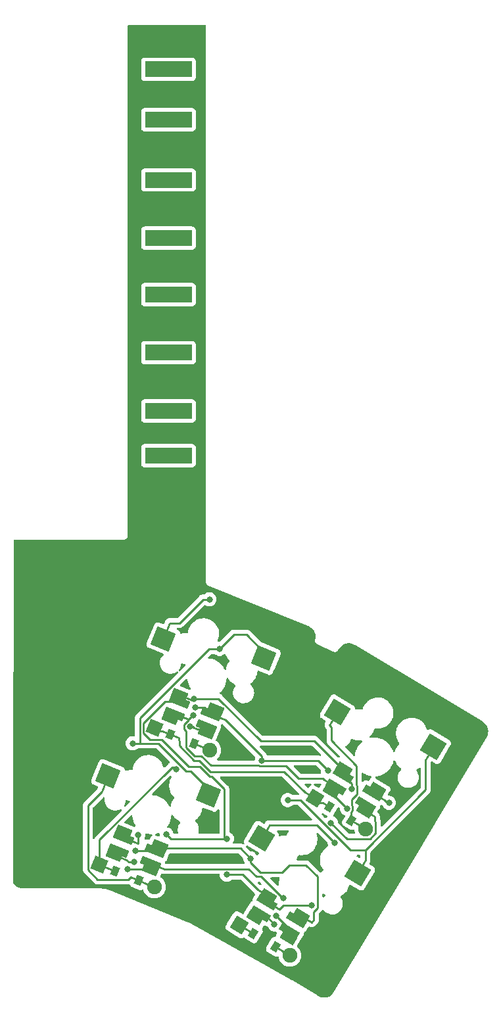
<source format=gbr>
%TF.GenerationSoftware,KiCad,Pcbnew,6.0.10-86aedd382b~118~ubuntu22.04.1*%
%TF.CreationDate,2023-01-31T18:18:49-07:00*%
%TF.ProjectId,scaarix_flow_thumb_cluster,73636161-7269-4785-9f66-6c6f775f7468,v1.0.0*%
%TF.SameCoordinates,Original*%
%TF.FileFunction,Copper,L2,Bot*%
%TF.FilePolarity,Positive*%
%FSLAX46Y46*%
G04 Gerber Fmt 4.6, Leading zero omitted, Abs format (unit mm)*
G04 Created by KiCad (PCBNEW 6.0.10-86aedd382b~118~ubuntu22.04.1) date 2023-01-31 18:18:49*
%MOMM*%
%LPD*%
G01*
G04 APERTURE LIST*
G04 Aperture macros list*
%AMRotRect*
0 Rectangle, with rotation*
0 The origin of the aperture is its center*
0 $1 length*
0 $2 width*
0 $3 Rotation angle, in degrees counterclockwise*
0 Add horizontal line*
21,1,$1,$2,0,0,$3*%
G04 Aperture macros list end*
%TA.AperFunction,ComponentPad*%
%ADD10RotRect,1.778000X1.778000X329.000000*%
%TD*%
%TA.AperFunction,SMDPad,CuDef*%
%ADD11RotRect,0.900000X1.200000X329.000000*%
%TD*%
%TA.AperFunction,ComponentPad*%
%ADD12C,1.905000*%
%TD*%
%TA.AperFunction,ComponentPad*%
%ADD13RotRect,1.778000X1.778000X338.000000*%
%TD*%
%TA.AperFunction,SMDPad,CuDef*%
%ADD14RotRect,0.900000X1.200000X338.000000*%
%TD*%
%TA.AperFunction,SMDPad,CuDef*%
%ADD15RotRect,2.550000X2.500000X338.000000*%
%TD*%
%TA.AperFunction,SMDPad,CuDef*%
%ADD16RotRect,2.550000X2.500000X329.000000*%
%TD*%
%TA.AperFunction,SMDPad,CuDef*%
%ADD17R,2.200000X2.000000*%
%TD*%
%TA.AperFunction,ComponentPad*%
%ADD18R,6.000000X2.000000*%
%TD*%
%TA.AperFunction,SMDPad,CuDef*%
%ADD19RotRect,2.600000X1.000000X158.000000*%
%TD*%
%TA.AperFunction,SMDPad,CuDef*%
%ADD20RotRect,2.000000X1.200000X158.000000*%
%TD*%
%TA.AperFunction,SMDPad,CuDef*%
%ADD21RotRect,2.600000X1.000000X149.000000*%
%TD*%
%TA.AperFunction,SMDPad,CuDef*%
%ADD22RotRect,2.000000X1.200000X149.000000*%
%TD*%
%TA.AperFunction,ViaPad*%
%ADD23C,0.800000*%
%TD*%
%TA.AperFunction,Conductor*%
%ADD24C,0.250000*%
%TD*%
G04 APERTURE END LIST*
D10*
%TO.P,D27,1*%
%TO.N,P18*%
X296327893Y-172089405D03*
D11*
X298179374Y-173201887D03*
%TO.P,D27,2*%
%TO.N,2_top*%
X301008026Y-174901513D03*
D12*
X302859507Y-176013995D03*
%TD*%
D13*
%TO.P,D25,1*%
%TO.N,P18*%
X275700830Y-163024949D03*
D14*
X277703547Y-163834099D03*
%TO.P,D25,2*%
%TO.N,1_top*%
X280763253Y-165070301D03*
D12*
X282765970Y-165879451D03*
%TD*%
D15*
%TO.P,S25,1*%
%TO.N,1_top*%
X276799903Y-151561965D03*
%TO.P,S25,2*%
%TO.N,P10*%
X289737110Y-154049458D03*
%TD*%
D11*
%TO.P,D26,1*%
%TO.N,P19*%
X288393674Y-189487987D03*
D10*
X286542193Y-188375505D03*
D12*
%TO.P,D26,2*%
%TO.N,2_bottom*%
X293073807Y-192300095D03*
D11*
X291222326Y-191187613D03*
%TD*%
D16*
%TO.P,S27,1*%
%TO.N,2_top*%
X299206666Y-160939450D03*
%TO.P,S27,2*%
%TO.N,P16*%
X311595465Y-165420143D03*
%TD*%
D14*
%TO.P,D24,1*%
%TO.N,P19*%
X270585947Y-181450499D03*
D13*
X268583230Y-180641349D03*
D14*
%TO.P,D24,2*%
%TO.N,1_bottom*%
X273645653Y-182686701D03*
D12*
X275648370Y-183495851D03*
%TD*%
D15*
%TO.P,S24,1*%
%TO.N,1_bottom*%
X269682403Y-169178465D03*
%TO.P,S24,2*%
%TO.N,P10*%
X282619610Y-171665958D03*
%TD*%
D16*
%TO.P,S26,1*%
%TO.N,2_bottom*%
X289420966Y-177225650D03*
%TO.P,S26,2*%
%TO.N,P16*%
X301809765Y-181706343D03*
%TD*%
D17*
%TO.P,J2,1,Pin_1*%
%TO.N,P10*%
X279350000Y-78200000D03*
D18*
X277450000Y-78200000D03*
D17*
X275550000Y-78200000D03*
%TO.P,J2,2,Pin_2*%
%TO.N,P16*%
X279350000Y-84700000D03*
D18*
X277450000Y-84700000D03*
D17*
X275550000Y-84700000D03*
%TO.P,J2,3,Pin_3*%
%TO.N,P18*%
X279350000Y-92450000D03*
X275550000Y-92450000D03*
D18*
X277450000Y-92450000D03*
%TO.P,J2,4,Pin_4*%
%TO.N,P19*%
X277450000Y-99950000D03*
D17*
X279350000Y-99950000D03*
X275550000Y-99950000D03*
%TO.P,J2,5,Pin_5*%
%TO.N,VCC*%
X279350000Y-107200000D03*
D18*
X277450000Y-107200000D03*
D17*
X275550000Y-107200000D03*
%TO.P,J2,6,Pin_6*%
%TO.N,D1*%
X275550000Y-114700000D03*
D18*
X277450000Y-114700000D03*
D17*
X279350000Y-114700000D03*
%TO.P,J2,7,Pin_6*%
%TO.N,P1*%
X275550000Y-122200000D03*
D18*
X277450000Y-122200000D03*
D17*
X279350000Y-122200000D03*
%TO.P,J2,8,Pin_6*%
%TO.N,GND*%
X279350000Y-127950000D03*
D18*
X277450000Y-127950000D03*
D17*
X275550000Y-127950000D03*
%TD*%
D19*
%TO.P,LED52,1*%
%TO.N,VCC*%
X282967585Y-161225349D03*
%TO.P,LED52,2*%
%TO.N,D1*%
X282312024Y-162847920D03*
%TO.P,LED52,3*%
%TO.N,GND*%
X278232415Y-161199651D03*
%TO.P,LED52,4*%
%TO.N,P1*%
X278887976Y-159577080D03*
D20*
%TO.P,LED52,11*%
%TO.N,VCC*%
X283517330Y-160665522D03*
%TO.P,LED52,22*%
%TO.N,D1*%
X282318589Y-163632511D03*
%TO.P,LED52,33*%
%TO.N,GND*%
X277682670Y-161759478D03*
%TO.P,LED52,44*%
%TO.N,P1*%
X278881411Y-158792489D03*
%TD*%
D19*
%TO.P,LED51,1*%
%TO.N,VCC*%
X275767585Y-178825349D03*
%TO.P,LED51,2*%
%TO.N,D1*%
X275112024Y-180447920D03*
%TO.P,LED51,3*%
%TO.N,GND*%
X271032415Y-178799651D03*
%TO.P,LED51,4*%
%TO.N,P1*%
X271687976Y-177177080D03*
D20*
%TO.P,LED51,11*%
%TO.N,VCC*%
X276317330Y-178265522D03*
%TO.P,LED51,22*%
%TO.N,D1*%
X275118589Y-181232511D03*
%TO.P,LED51,33*%
%TO.N,GND*%
X270482670Y-179359478D03*
%TO.P,LED51,44*%
%TO.N,P1*%
X271681411Y-176392489D03*
%TD*%
D21*
%TO.P,LED54,1*%
%TO.N,VCC*%
X303736426Y-171395562D03*
%TO.P,LED54,2*%
%TO.N,D1*%
X302835110Y-172895605D03*
%TO.P,LED54,3*%
%TO.N,GND*%
X299063574Y-170629438D03*
%TO.P,LED54,4*%
%TO.N,P1*%
X299964890Y-169129395D03*
D22*
%TO.P,LED54,11*%
%TO.N,VCC*%
X304366979Y-170928628D03*
%TO.P,LED54,22*%
%TO.N,D1*%
X302718857Y-173671563D03*
%TO.P,LED54,33*%
%TO.N,GND*%
X298433021Y-171096372D03*
%TO.P,LED54,44*%
%TO.N,P1*%
X300081143Y-168353437D03*
%TD*%
D21*
%TO.P,LED53,1*%
%TO.N,VCC*%
X293936426Y-187695562D03*
%TO.P,LED53,2*%
%TO.N,D1*%
X293035110Y-189195605D03*
%TO.P,LED53,3*%
%TO.N,GND*%
X289263574Y-186929438D03*
%TO.P,LED53,4*%
%TO.N,P1*%
X290164890Y-185429395D03*
D22*
%TO.P,LED53,11*%
%TO.N,VCC*%
X294566979Y-187228628D03*
%TO.P,LED53,22*%
%TO.N,D1*%
X292918857Y-189971563D03*
%TO.P,LED53,33*%
%TO.N,GND*%
X288633021Y-187396372D03*
%TO.P,LED53,44*%
%TO.N,P1*%
X290281143Y-184653437D03*
%TD*%
D23*
%TO.N,GND*%
X273003600Y-180310200D03*
X291104700Y-188307900D03*
X300446900Y-173389100D03*
X280648100Y-161377700D03*
%TO.N,VCC*%
X305854600Y-172659400D03*
X280886200Y-160366800D03*
X297986800Y-168482100D03*
X287989600Y-179812200D03*
X273181700Y-178814600D03*
X289477400Y-167211900D03*
%TO.N,P19*%
X278460700Y-168367100D03*
%TO.N,P16*%
X292811200Y-172313000D03*
%TO.N,P10*%
X272834200Y-165013700D03*
X284038500Y-152854400D03*
%TO.N,P1*%
X284970600Y-177290900D03*
X301037600Y-170897500D03*
X284970600Y-181912800D03*
X295913100Y-185830500D03*
X273575500Y-176827200D03*
X280769300Y-159238800D03*
X277210900Y-176762200D03*
%TO.N,1_top*%
X282738600Y-146468500D03*
%TO.N,2_bottom*%
X298867700Y-177831400D03*
%TO.N,D1*%
X298390700Y-175251600D03*
X292296800Y-184914500D03*
X272229600Y-181229200D03*
X291309200Y-187189100D03*
X280199700Y-162865300D03*
%TD*%
D24*
%TO.N,GND*%
X294208500Y-169543700D02*
X297351400Y-169543700D01*
X288633000Y-187396400D02*
X288714800Y-187396400D01*
X280603900Y-161377700D02*
X280648100Y-161377700D01*
X270482700Y-179359500D02*
X272057800Y-179995900D01*
X288796600Y-187396400D02*
X289263600Y-186929400D01*
X279474600Y-162565000D02*
X279474600Y-163165600D01*
X297351400Y-169543700D02*
X297494200Y-169686500D01*
X282914100Y-167834500D02*
X289074600Y-167834500D01*
X279751200Y-165576900D02*
X280794700Y-166620400D01*
X272372100Y-180310200D02*
X272057800Y-179995900D01*
X275550000Y-127950000D02*
X277450000Y-127950000D01*
X280048300Y-161933300D02*
X280048300Y-161991300D01*
X281700000Y-166620400D02*
X282914100Y-167834500D01*
X300446900Y-173389100D02*
X298937400Y-171879600D01*
X278232400Y-161209800D02*
X278232400Y-161199700D01*
X289074600Y-167834500D02*
X289177100Y-167937000D01*
X288714800Y-187396400D02*
X288796600Y-187396400D01*
X279474600Y-163165600D02*
X279751200Y-163442200D01*
X270482700Y-179359500D02*
X271032400Y-178809800D01*
X278232400Y-161199700D02*
X280048300Y-161933300D01*
X280048300Y-161991300D02*
X279474600Y-162565000D01*
X290193200Y-187396400D02*
X291104700Y-188307900D01*
X273003600Y-180310200D02*
X272372100Y-180310200D01*
X280048300Y-161933300D02*
X280603900Y-161377700D01*
X280794700Y-166620400D02*
X281700000Y-166620400D01*
X288714800Y-187396400D02*
X290193200Y-187396400D01*
X289177100Y-167937000D02*
X292601800Y-167937000D01*
X277450000Y-127950000D02*
X279350000Y-127950000D01*
X277682700Y-161759500D02*
X278232400Y-161209800D01*
X298937400Y-171096400D02*
X298937400Y-170755600D01*
X298937400Y-171879600D02*
X298937400Y-171096400D01*
X271032400Y-178809800D02*
X271032400Y-178799700D01*
X298937400Y-170755600D02*
X299063600Y-170629400D01*
X299063600Y-170629400D02*
X297494200Y-169686500D01*
X292601800Y-167937000D02*
X294208500Y-169543700D01*
X298433000Y-171096400D02*
X298937400Y-171096400D01*
X279751200Y-163442200D02*
X279751200Y-165576900D01*
%TO.N,VCC*%
X286717700Y-178540300D02*
X287989600Y-179812200D01*
X293936400Y-187695600D02*
X294100000Y-187695600D01*
X275550000Y-107200000D02*
X277450000Y-107200000D01*
X305626700Y-172659400D02*
X305854600Y-172659400D01*
X289477400Y-166653000D02*
X289477400Y-167211900D01*
X296179400Y-186677400D02*
X296179400Y-187751100D01*
X292110300Y-181611600D02*
X293007500Y-180714400D01*
X284783400Y-161958900D02*
X284783400Y-161959000D01*
X282119200Y-160366800D02*
X280886200Y-160366800D01*
X282967600Y-161225300D02*
X284783400Y-161958900D01*
X275767600Y-178815200D02*
X276042500Y-178540300D01*
X275767000Y-178814600D02*
X275767600Y-178815200D01*
X305305800Y-172338500D02*
X305626700Y-172659400D01*
X294567000Y-187228600D02*
X295900700Y-188029800D01*
X282967600Y-161215200D02*
X282119200Y-160366800D01*
X293007500Y-180714400D02*
X295175000Y-180714400D01*
X296638300Y-182177700D02*
X296638300Y-186218500D01*
X294100000Y-187695600D02*
X294567000Y-187228600D01*
X296716600Y-167211900D02*
X297986800Y-168482100D01*
X277450000Y-107200000D02*
X279350000Y-107200000D01*
X289477400Y-167211900D02*
X296716600Y-167211900D01*
X273181700Y-178814600D02*
X275767000Y-178814600D01*
X303736400Y-171395600D02*
X305305800Y-172338500D01*
X276042500Y-178540300D02*
X276317300Y-178540300D01*
X276317300Y-178540300D02*
X276317300Y-178265500D01*
X296638300Y-186218500D02*
X296179400Y-186677400D01*
X304367000Y-170928600D02*
X304203400Y-170928600D01*
X287989600Y-179812200D02*
X287989600Y-180326800D01*
X282967600Y-161215200D02*
X282967600Y-161225300D01*
X284783400Y-161959000D02*
X289477400Y-166653000D01*
X289274400Y-181611600D02*
X292110300Y-181611600D01*
X287989600Y-180326800D02*
X289274400Y-181611600D01*
X304203400Y-170928600D02*
X303736400Y-171395600D01*
X283517300Y-160665500D02*
X282967600Y-161215200D01*
X295175000Y-180714400D02*
X296638300Y-182177700D01*
X275767600Y-178825300D02*
X275767600Y-178815200D01*
X296179400Y-187751100D02*
X295900700Y-188029800D01*
X276317300Y-178540300D02*
X286717700Y-178540300D01*
%TO.N,P19*%
X287842400Y-189156700D02*
X288173700Y-189488000D01*
X279350000Y-99950000D02*
X277450000Y-99950000D01*
X268583200Y-180641300D02*
X268583200Y-177394700D01*
X270163700Y-181279800D02*
X270415200Y-181279800D01*
X286542200Y-188375500D02*
X287842400Y-189156700D01*
X270415200Y-181279800D02*
X270585900Y-181450500D01*
X278655200Y-168172600D02*
X278460700Y-168367100D01*
X268583200Y-177394700D02*
X277914500Y-168063400D01*
X288173700Y-189488000D02*
X288393700Y-189488000D01*
X278546000Y-168063400D02*
X278655200Y-168172600D01*
X277914500Y-168063400D02*
X278546000Y-168063400D01*
X268583200Y-180641300D02*
X270163700Y-181279800D01*
X275550000Y-99950000D02*
X277450000Y-99950000D01*
%TO.N,P18*%
X275550000Y-92450000D02*
X277450000Y-92450000D01*
X281403700Y-167229400D02*
X282817800Y-168643500D01*
X278768700Y-164264500D02*
X278768700Y-164594400D01*
X277703500Y-163834100D02*
X278768700Y-164264500D01*
X292362900Y-168643500D02*
X295027600Y-171308200D01*
X278863600Y-165325900D02*
X280767100Y-167229400D01*
X296625100Y-172386600D02*
X296327900Y-172089400D01*
X280767100Y-167229400D02*
X281403700Y-167229400D01*
X282817800Y-168643500D02*
X292362900Y-168643500D01*
X276638300Y-163403700D02*
X276638300Y-163403800D01*
X298179400Y-173201900D02*
X297317200Y-172683900D01*
X278863600Y-164689300D02*
X278863600Y-165325900D01*
X296922500Y-172683900D02*
X296625200Y-172386600D01*
X296625200Y-172386600D02*
X296625100Y-172386600D01*
X276638300Y-163403800D02*
X276079700Y-163403800D01*
X276079700Y-163403800D02*
X275700800Y-163024900D01*
X278768700Y-164594400D02*
X278863600Y-164689300D01*
X296327900Y-172089400D02*
X295027600Y-171308200D01*
X277703500Y-163834100D02*
X276638300Y-163403700D01*
X277450000Y-92450000D02*
X279350000Y-92450000D01*
X297317200Y-172683900D02*
X296922500Y-172683900D01*
%TO.N,P16*%
X301809800Y-181706300D02*
X302826400Y-180014100D01*
X310578800Y-167112300D02*
X310578900Y-167112400D01*
X300855400Y-178741700D02*
X302826400Y-178741700D01*
X302826400Y-178741700D02*
X302826400Y-180014100D01*
X277450000Y-84700000D02*
X279350000Y-84700000D01*
X311595500Y-165420100D02*
X310578800Y-167112300D01*
X292811200Y-172313000D02*
X294426700Y-172313000D01*
X294426700Y-172313000D02*
X300855400Y-178741700D01*
X310578900Y-167112400D02*
X310578900Y-170989200D01*
X310578900Y-170989200D02*
X302826400Y-178741700D01*
X275550000Y-84700000D02*
X277450000Y-84700000D01*
%TO.N,P10*%
X284038500Y-152854400D02*
X285907000Y-150985900D01*
X273760500Y-165013700D02*
X276132900Y-165013700D01*
X280358700Y-168602900D02*
X282619600Y-170863800D01*
X285907000Y-150985900D02*
X287484800Y-150985900D01*
X276132900Y-165013700D02*
X279722100Y-168602900D01*
X289737100Y-153238200D02*
X289737100Y-154049500D01*
X273760500Y-161770100D02*
X273760500Y-165013700D01*
X282619600Y-170863800D02*
X282619600Y-171666000D01*
X287484800Y-150985900D02*
X289737100Y-153238200D01*
X282676200Y-152854400D02*
X273760500Y-161770100D01*
X279722100Y-168602900D02*
X280358700Y-168602900D01*
X272834200Y-165013700D02*
X273760500Y-165013700D01*
X284038500Y-152854400D02*
X282676200Y-152854400D01*
%TO.N,P1*%
X290164900Y-184769600D02*
X290164900Y-185429400D01*
X274210600Y-162370300D02*
X277003800Y-159577100D01*
X278881400Y-158792500D02*
X278888000Y-158799100D01*
X276581400Y-164507400D02*
X275027100Y-164507400D01*
X300081100Y-168353400D02*
X300023000Y-168411500D01*
X284645200Y-170887600D02*
X282997200Y-169239600D01*
X280646600Y-159238800D02*
X280456600Y-159428800D01*
X290164900Y-185429400D02*
X291734300Y-186372300D01*
X275027100Y-164507400D02*
X274210600Y-163690900D01*
X290281100Y-184653400D02*
X288947500Y-183852200D01*
X271688000Y-176399100D02*
X271681400Y-176392500D01*
X284645200Y-177290900D02*
X284970600Y-177290900D01*
X277450000Y-122200000D02*
X275550000Y-122200000D01*
X300023000Y-168411500D02*
X299964900Y-168411500D01*
X299964900Y-169129400D02*
X301037600Y-170202100D01*
X278881400Y-158792500D02*
X280456600Y-159428900D01*
X273503800Y-176898900D02*
X273575500Y-176827200D01*
X277003800Y-159577100D02*
X278888000Y-159577100D01*
X287008100Y-181912800D02*
X288947500Y-183852200D01*
X280067500Y-167993500D02*
X276581400Y-164507400D01*
X290281100Y-184653400D02*
X290164900Y-184769600D01*
X282997200Y-169239600D02*
X282773800Y-169239600D01*
X273503800Y-177910700D02*
X273503800Y-176898900D01*
X296236300Y-164682900D02*
X289347700Y-164682900D01*
X292276100Y-185830500D02*
X295913100Y-185830500D01*
X284645200Y-177290900D02*
X284645200Y-170887600D01*
X299964900Y-168411500D02*
X299964900Y-169129400D01*
X301037600Y-170202100D02*
X301037600Y-170897500D01*
X277739600Y-177290900D02*
X284645200Y-177290900D01*
X281527700Y-167993500D02*
X280067500Y-167993500D01*
X289347700Y-164682900D02*
X283903600Y-159238800D01*
X279350000Y-122200000D02*
X277450000Y-122200000D01*
X280456600Y-159428800D02*
X280456600Y-159428900D01*
X271688000Y-177177100D02*
X271688000Y-176399100D01*
X282773800Y-169239600D02*
X281527700Y-167993500D01*
X271688000Y-177177100D02*
X273503800Y-177910700D01*
X278888000Y-158799100D02*
X278888000Y-159577100D01*
X274210600Y-163690900D02*
X274210600Y-162370300D01*
X284970600Y-181912800D02*
X287008100Y-181912800D01*
X277210900Y-176762200D02*
X277739600Y-177290900D01*
X291734300Y-186372300D02*
X292276100Y-185830500D01*
X280769300Y-159238800D02*
X280646600Y-159238800D01*
X299964900Y-168411500D02*
X296236300Y-164682900D01*
X283903600Y-159238800D02*
X280769300Y-159238800D01*
%TO.N,1_bottom*%
X272580500Y-182256400D02*
X272580500Y-182256300D01*
X272311500Y-182525400D02*
X272580500Y-182256400D01*
X275648400Y-183495900D02*
X275089700Y-183495900D01*
X268333900Y-182525400D02*
X272311500Y-182525400D01*
X269682400Y-169178500D02*
X268850200Y-171238300D01*
X267081100Y-173007400D02*
X267081100Y-181272600D01*
X268850200Y-171238300D02*
X267081100Y-173007400D01*
X275089700Y-183495900D02*
X274710900Y-183117100D01*
X273645700Y-182686700D02*
X274710900Y-183117100D01*
X273645700Y-182686700D02*
X272580500Y-182256300D01*
X267081100Y-181272600D02*
X268333900Y-182525400D01*
%TO.N,1_top*%
X277632100Y-149502200D02*
X278859700Y-149502200D01*
X282766000Y-165879500D02*
X282387200Y-165500700D01*
X276799900Y-151562000D02*
X277632100Y-149502200D01*
X278859700Y-149502200D02*
X281893400Y-146468500D01*
X281893400Y-146468500D02*
X282738600Y-146468500D01*
X282387200Y-165500700D02*
X281828500Y-165500700D01*
X280763300Y-165070300D02*
X281828500Y-165500700D01*
%TO.N,2_bottom*%
X289421000Y-177225700D02*
X290437700Y-175533500D01*
X296580100Y-175543800D02*
X298867700Y-177831400D01*
X292084500Y-191705600D02*
X292679000Y-192300100D01*
X291222300Y-191187600D02*
X292084500Y-191705600D01*
X290437700Y-175533500D02*
X290448000Y-175543800D01*
X290448000Y-175543800D02*
X296580100Y-175543800D01*
X292679000Y-192300100D02*
X293073800Y-192300100D01*
%TO.N,2_top*%
X301090000Y-173006700D02*
X301090000Y-172221600D01*
X301008000Y-174901500D02*
X301008000Y-173853500D01*
X302464700Y-176014000D02*
X301870200Y-175419500D01*
X301090000Y-172221600D02*
X301765300Y-171546300D01*
X301172000Y-173088700D02*
X301090000Y-173006700D01*
X298439500Y-164645100D02*
X298439500Y-162881100D01*
X301765300Y-170489100D02*
X301689200Y-170413000D01*
X301765300Y-171546300D02*
X301765300Y-170489100D01*
X302859500Y-176014000D02*
X302464700Y-176014000D01*
X301172000Y-173689500D02*
X301172000Y-173088700D01*
X298439500Y-162881100D02*
X298190100Y-162631700D01*
X301689200Y-167894800D02*
X298439500Y-164645100D01*
X301008000Y-173853500D02*
X301172000Y-173689500D01*
X299206700Y-160939500D02*
X298190100Y-162631700D01*
X301008000Y-174901500D02*
X301870200Y-175419500D01*
X301689200Y-170413000D02*
X301689200Y-167894800D01*
%TO.N,D1*%
X291309200Y-187189100D02*
X293035100Y-188915000D01*
X293035100Y-188915000D02*
X293035100Y-189195600D01*
X304052500Y-174472800D02*
X304052400Y-174472900D01*
X304140900Y-175093600D02*
X304140900Y-176546700D01*
X300435400Y-177296300D02*
X298390700Y-175251600D01*
X288769700Y-182153400D02*
X289406300Y-182153400D01*
X275112000Y-181229200D02*
X272229600Y-181229200D01*
X276927900Y-181181500D02*
X287797800Y-181181500D01*
X282318600Y-163632500D02*
X282312000Y-163625900D01*
X277450000Y-114700000D02*
X275550000Y-114700000D01*
X304140900Y-176546700D02*
X303391300Y-177296300D01*
X292918900Y-189971600D02*
X293035100Y-189855400D01*
X304052400Y-175005100D02*
X304140900Y-175093600D01*
X275112000Y-181229200D02*
X275112000Y-180447900D01*
X303391300Y-177296300D02*
X300435400Y-177296300D01*
X302835100Y-172895600D02*
X302835100Y-173555400D01*
X287797800Y-181181500D02*
X288769700Y-182153400D01*
X289406300Y-182153400D02*
X292167400Y-184914500D01*
X279350000Y-114700000D02*
X277450000Y-114700000D01*
X302718900Y-173671600D02*
X304052500Y-174472800D01*
X280199700Y-162865300D02*
X280612600Y-162865300D01*
X275118600Y-181232500D02*
X275115300Y-181229200D01*
X282318600Y-163632500D02*
X280743400Y-162996100D01*
X275115300Y-181229200D02*
X275112000Y-181229200D01*
X304052400Y-174472900D02*
X304052400Y-175005100D01*
X282312000Y-163625900D02*
X282312000Y-162847900D01*
X280612600Y-162865300D02*
X280743400Y-162996100D01*
X302835100Y-173555400D02*
X302718900Y-173671600D01*
X292167400Y-184914500D02*
X292296800Y-184914500D01*
X293035100Y-189855400D02*
X293035100Y-189195600D01*
X275112000Y-180447900D02*
X276927900Y-181181500D01*
%TD*%
%TA.AperFunction,NonConductor*%
G36*
X283398421Y-153507902D02*
G01*
X283417647Y-153524243D01*
X283417920Y-153523940D01*
X283422832Y-153528363D01*
X283427247Y-153533266D01*
X283432586Y-153537145D01*
X283525756Y-153604837D01*
X283581748Y-153645518D01*
X283587776Y-153648202D01*
X283587778Y-153648203D01*
X283750181Y-153720509D01*
X283756212Y-153723194D01*
X283849613Y-153743047D01*
X283936556Y-153761528D01*
X283936561Y-153761528D01*
X283943013Y-153762900D01*
X284133987Y-153762900D01*
X284140439Y-153761528D01*
X284140444Y-153761528D01*
X284227387Y-153743047D01*
X284320788Y-153723194D01*
X284326819Y-153720509D01*
X284489222Y-153648203D01*
X284489224Y-153648202D01*
X284495252Y-153645518D01*
X284633612Y-153544993D01*
X284700479Y-153521135D01*
X284769631Y-153537215D01*
X284820921Y-153591694D01*
X284931888Y-153819209D01*
X284934343Y-153822848D01*
X284934346Y-153822854D01*
X284961552Y-153863188D01*
X285088963Y-154052083D01*
X285091908Y-154055354D01*
X285091909Y-154055355D01*
X285117272Y-154083523D01*
X285276919Y-154260829D01*
X285280282Y-154263651D01*
X285283454Y-154266714D01*
X285282163Y-154268051D01*
X285317232Y-154320786D01*
X285318343Y-154391774D01*
X285296195Y-154435745D01*
X285235097Y-154513947D01*
X285235091Y-154513956D01*
X285232383Y-154517422D01*
X285230187Y-154521226D01*
X285230182Y-154521233D01*
X285158858Y-154644771D01*
X285091935Y-154760685D01*
X284986709Y-155021128D01*
X284985644Y-155025401D01*
X284985643Y-155025403D01*
X284922344Y-155279282D01*
X284918754Y-155293680D01*
X284918295Y-155298048D01*
X284918294Y-155298053D01*
X284904944Y-155425075D01*
X284877931Y-155490732D01*
X284819709Y-155531362D01*
X284748764Y-155534065D01*
X284687620Y-155497983D01*
X284669219Y-155472606D01*
X284668858Y-155471948D01*
X284534524Y-155227596D01*
X284349445Y-154972856D01*
X284133898Y-154743322D01*
X283891282Y-154542613D01*
X283625424Y-154373894D01*
X283621845Y-154372210D01*
X283621838Y-154372206D01*
X283344106Y-154241516D01*
X283344102Y-154241514D01*
X283340516Y-154239827D01*
X283041052Y-154142525D01*
X282731754Y-154083523D01*
X282644500Y-154078033D01*
X282577771Y-154053795D01*
X282534738Y-153997326D01*
X282529066Y-153926556D01*
X282563317Y-153863188D01*
X282901700Y-153524805D01*
X282964012Y-153490779D01*
X282990795Y-153487900D01*
X283330300Y-153487900D01*
X283398421Y-153507902D01*
G37*
%TD.AperFunction*%
%TA.AperFunction,NonConductor*%
G36*
X279417820Y-154758209D02*
G01*
X279422170Y-154758820D01*
X279422173Y-154758821D01*
X279569712Y-154779556D01*
X279634386Y-154808844D01*
X279672959Y-154868448D01*
X279673184Y-154939444D01*
X279641271Y-154993425D01*
X278980829Y-155653867D01*
X278918517Y-155687893D01*
X278847702Y-155682828D01*
X278790866Y-155640281D01*
X278766055Y-155573761D01*
X278781146Y-155504387D01*
X278790645Y-155489560D01*
X278863743Y-155391313D01*
X278863745Y-155391310D01*
X278866927Y-155387033D01*
X278921711Y-155279282D01*
X278969064Y-155186145D01*
X278969064Y-155186144D01*
X278971483Y-155181387D01*
X279022513Y-155017045D01*
X279038311Y-154966169D01*
X279038312Y-154966163D01*
X279039895Y-154961066D01*
X279055996Y-154839585D01*
X279060438Y-154806071D01*
X279089217Y-154741169D01*
X279148517Y-154702129D01*
X279220075Y-154701507D01*
X279417820Y-154758209D01*
G37*
%TD.AperFunction*%
%TA.AperFunction,NonConductor*%
G36*
X279842008Y-156688663D02*
G01*
X279898844Y-156731210D01*
X279922981Y-156790925D01*
X279954564Y-157040930D01*
X280032870Y-157345913D01*
X280148784Y-157638677D01*
X280300476Y-157914604D01*
X280302807Y-157917812D01*
X280305134Y-157921015D01*
X280328992Y-157987884D01*
X280312910Y-158057035D01*
X280261996Y-158106514D01*
X280192413Y-158120613D01*
X280155997Y-158111900D01*
X280069839Y-158077090D01*
X279020992Y-157653328D01*
X278965324Y-157609264D01*
X278942316Y-157542099D01*
X278959273Y-157473157D01*
X278979097Y-157447408D01*
X279708881Y-156717624D01*
X279771193Y-156683598D01*
X279842008Y-156688663D01*
G37*
%TD.AperFunction*%
%TA.AperFunction,NonConductor*%
G36*
X301104034Y-164419684D02*
G01*
X301298873Y-164506432D01*
X301325264Y-164518182D01*
X301460272Y-164556895D01*
X301590648Y-164594279D01*
X301595279Y-164595607D01*
X301599629Y-164596218D01*
X301599632Y-164596219D01*
X301702579Y-164610687D01*
X301873441Y-164634700D01*
X302084035Y-164634700D01*
X302086221Y-164634547D01*
X302086225Y-164634547D01*
X302189590Y-164627319D01*
X302279784Y-164621012D01*
X302349134Y-164636213D01*
X302399256Y-164686495D01*
X302414238Y-164755893D01*
X302389321Y-164822374D01*
X302368888Y-164843790D01*
X302255102Y-164937922D01*
X302039555Y-165167456D01*
X302037228Y-165170658D01*
X302037227Y-165170660D01*
X302005724Y-165214021D01*
X301854476Y-165422196D01*
X301852569Y-165425665D01*
X301852567Y-165425668D01*
X301728704Y-165650975D01*
X301702784Y-165698123D01*
X301586870Y-165990887D01*
X301508564Y-166295870D01*
X301494845Y-166404469D01*
X301482208Y-166504500D01*
X301453826Y-166569577D01*
X301394767Y-166608978D01*
X301323781Y-166610195D01*
X301268107Y-166577803D01*
X300771038Y-166080733D01*
X300238041Y-165547736D01*
X300204015Y-165485424D01*
X300209080Y-165414608D01*
X300251627Y-165357773D01*
X300271124Y-165346272D01*
X300271080Y-165346193D01*
X300274244Y-165344432D01*
X300275382Y-165343761D01*
X300280605Y-165341408D01*
X300285025Y-165338432D01*
X300285029Y-165338430D01*
X300412763Y-165252433D01*
X300471975Y-165212569D01*
X300638902Y-165053329D01*
X300717976Y-164947050D01*
X300773427Y-164872521D01*
X300773429Y-164872518D01*
X300776611Y-164868241D01*
X300869798Y-164684956D01*
X300878748Y-164667353D01*
X300878748Y-164667352D01*
X300881167Y-164662595D01*
X300932455Y-164497423D01*
X300971755Y-164438302D01*
X301036785Y-164409811D01*
X301104034Y-164419684D01*
G37*
%TD.AperFunction*%
%TA.AperFunction,NonConductor*%
G36*
X295989827Y-165336402D02*
G01*
X296010801Y-165353305D01*
X297061965Y-166404469D01*
X297095991Y-166466781D01*
X297090926Y-166537596D01*
X297048379Y-166594432D01*
X296981859Y-166619243D01*
X296941538Y-166615606D01*
X296932037Y-166613167D01*
X296913334Y-166606763D01*
X296902020Y-166601867D01*
X296902019Y-166601867D01*
X296894745Y-166598719D01*
X296886922Y-166597480D01*
X296886912Y-166597477D01*
X296851076Y-166591801D01*
X296839456Y-166589395D01*
X296804311Y-166580372D01*
X296804310Y-166580372D01*
X296796630Y-166578400D01*
X296776376Y-166578400D01*
X296756665Y-166576849D01*
X296744486Y-166574920D01*
X296736657Y-166573680D01*
X296728765Y-166574426D01*
X296692639Y-166577841D01*
X296680781Y-166578400D01*
X290214202Y-166578400D01*
X290146081Y-166558398D01*
X290099588Y-166504742D01*
X290095881Y-166494260D01*
X290095874Y-166494203D01*
X290079594Y-166453086D01*
X290075759Y-166441885D01*
X290063418Y-166399406D01*
X290059385Y-166392587D01*
X290059383Y-166392582D01*
X290053107Y-166381971D01*
X290044410Y-166364221D01*
X290036952Y-166345383D01*
X290010971Y-166309623D01*
X290004453Y-166299701D01*
X289985978Y-166268460D01*
X289985974Y-166268455D01*
X289981942Y-166261637D01*
X289967618Y-166247313D01*
X289954776Y-166232278D01*
X289942872Y-166215893D01*
X289908806Y-166187711D01*
X289900027Y-166179722D01*
X289255481Y-165535176D01*
X289221455Y-165472864D01*
X289226520Y-165402049D01*
X289269067Y-165345213D01*
X289332718Y-165320640D01*
X289362579Y-165317818D01*
X289371662Y-165316959D01*
X289383519Y-165316400D01*
X295921706Y-165316400D01*
X295989827Y-165336402D01*
G37*
%TD.AperFunction*%
%TA.AperFunction,NonConductor*%
G36*
X284445259Y-162536166D02*
G01*
X284495392Y-162566896D01*
X288620969Y-166692473D01*
X288654995Y-166754785D01*
X288649930Y-166825600D01*
X288646979Y-166832820D01*
X288646177Y-166834622D01*
X288642873Y-166840344D01*
X288583858Y-167021972D01*
X288578300Y-167074861D01*
X288576901Y-167088169D01*
X288549889Y-167153826D01*
X288491667Y-167194457D01*
X288451591Y-167201000D01*
X283814634Y-167201000D01*
X283746513Y-167180998D01*
X283700020Y-167127342D01*
X283689916Y-167057068D01*
X283719410Y-166992488D01*
X283725694Y-166985749D01*
X283835900Y-166875927D01*
X283882390Y-166829599D01*
X284022583Y-166634500D01*
X284129029Y-166419124D01*
X284192311Y-166210840D01*
X284197365Y-166194207D01*
X284197366Y-166194201D01*
X284198869Y-166189255D01*
X284221221Y-166019474D01*
X284229790Y-165954386D01*
X284229790Y-165954382D01*
X284230227Y-165951065D01*
X284230776Y-165928614D01*
X284231895Y-165882816D01*
X284231895Y-165882812D01*
X284231977Y-165879451D01*
X284212292Y-165640014D01*
X284158451Y-165425668D01*
X284155023Y-165412019D01*
X284155023Y-165412018D01*
X284153764Y-165407007D01*
X284073718Y-165222913D01*
X284060027Y-165191425D01*
X284060025Y-165191422D01*
X284057967Y-165186688D01*
X283927472Y-164984974D01*
X283765784Y-164807281D01*
X283761733Y-164804082D01*
X283761729Y-164804078D01*
X283616355Y-164689269D01*
X283575292Y-164631352D01*
X283572060Y-164560429D01*
X283577622Y-164543187D01*
X283618394Y-164442274D01*
X283960041Y-163596666D01*
X284031745Y-163419193D01*
X284192890Y-163020346D01*
X284192891Y-163020343D01*
X284194171Y-163017175D01*
X284199231Y-162999293D01*
X284209051Y-162964589D01*
X284209051Y-162964587D01*
X284211201Y-162956990D01*
X284211532Y-162943939D01*
X284214660Y-162820351D01*
X284214660Y-162820350D01*
X284214887Y-162811379D01*
X284197998Y-162747683D01*
X284199874Y-162676712D01*
X284239822Y-162618021D01*
X284254613Y-162607559D01*
X284303323Y-162578118D01*
X284303324Y-162578117D01*
X284311006Y-162573474D01*
X284317077Y-162566861D01*
X284324022Y-162561176D01*
X284325802Y-162563350D01*
X284374292Y-162534124D01*
X284445259Y-162536166D01*
G37*
%TD.AperFunction*%
%TA.AperFunction,NonConductor*%
G36*
X296470127Y-167865402D02*
G01*
X296491101Y-167882305D01*
X297039678Y-168430882D01*
X297073704Y-168493194D01*
X297075892Y-168506803D01*
X297093258Y-168672028D01*
X297095298Y-168678306D01*
X297117054Y-168745264D01*
X297119082Y-168816231D01*
X297082419Y-168877029D01*
X297018707Y-168908355D01*
X296997221Y-168910200D01*
X294523094Y-168910200D01*
X294454973Y-168890198D01*
X294434003Y-168873299D01*
X293621198Y-168060493D01*
X293587174Y-167998183D01*
X293592239Y-167927367D01*
X293634786Y-167870532D01*
X293701306Y-167845721D01*
X293710295Y-167845400D01*
X296402006Y-167845400D01*
X296470127Y-167865402D01*
G37*
%TD.AperFunction*%
%TA.AperFunction,NonConductor*%
G36*
X302516214Y-168805925D02*
G01*
X302677618Y-168908355D01*
X302763576Y-168962906D01*
X302767155Y-168964590D01*
X302767162Y-168964594D01*
X303044894Y-169095284D01*
X303044898Y-169095286D01*
X303048484Y-169096973D01*
X303347948Y-169194275D01*
X303433563Y-169210607D01*
X303516614Y-169226450D01*
X303579780Y-169258862D01*
X303615396Y-169320279D01*
X303612152Y-169391202D01*
X303571080Y-169449112D01*
X303563913Y-169454001D01*
X303559645Y-169455738D01*
X303445572Y-169546312D01*
X303440797Y-169552603D01*
X303409810Y-169593427D01*
X303409804Y-169593435D01*
X303407756Y-169596134D01*
X303357266Y-169680163D01*
X303284851Y-169800682D01*
X303232621Y-169848771D01*
X303162684Y-169860988D01*
X303111955Y-169843791D01*
X303103198Y-169838530D01*
X303100266Y-169836768D01*
X303084212Y-169829350D01*
X303050658Y-169813847D01*
X303050659Y-169813847D01*
X303043486Y-169810533D01*
X302900244Y-169784114D01*
X302819905Y-169792345D01*
X302764272Y-169798045D01*
X302764270Y-169798046D01*
X302755345Y-169798960D01*
X302620438Y-169853878D01*
X302613411Y-169859457D01*
X302613410Y-169859458D01*
X302527050Y-169928028D01*
X302461263Y-169954722D01*
X302391487Y-169941612D01*
X302339876Y-169892859D01*
X302322700Y-169829350D01*
X302322700Y-168912310D01*
X302342702Y-168844189D01*
X302396358Y-168797696D01*
X302466632Y-168787592D01*
X302516214Y-168805925D01*
G37*
%TD.AperFunction*%
%TA.AperFunction,NonConductor*%
G36*
X297070866Y-170197202D02*
G01*
X297117359Y-170250858D01*
X297127463Y-170321132D01*
X297110749Y-170368094D01*
X296991618Y-170566359D01*
X296927831Y-170672518D01*
X296875601Y-170720607D01*
X296805663Y-170732824D01*
X296754933Y-170715626D01*
X296434059Y-170522826D01*
X296248287Y-170411202D01*
X296200198Y-170358973D01*
X296187981Y-170289036D01*
X296215514Y-170223595D01*
X296274056Y-170183429D01*
X296313182Y-170177200D01*
X297002745Y-170177200D01*
X297070866Y-170197202D01*
G37*
%TD.AperFunction*%
%TA.AperFunction,NonConductor*%
G36*
X295800057Y-170197202D02*
G01*
X295846550Y-170250858D01*
X295856654Y-170321132D01*
X295827160Y-170385712D01*
X295779443Y-170419900D01*
X295764550Y-170425963D01*
X295650478Y-170516537D01*
X295645706Y-170522824D01*
X295645704Y-170522826D01*
X295637000Y-170534293D01*
X295612661Y-170566359D01*
X295610910Y-170569273D01*
X295610906Y-170569279D01*
X295533953Y-170697351D01*
X295481723Y-170745440D01*
X295411786Y-170757657D01*
X295346345Y-170730124D01*
X295336855Y-170721551D01*
X295007599Y-170392295D01*
X294973573Y-170329983D01*
X294978638Y-170259168D01*
X295021185Y-170202332D01*
X295087705Y-170177521D01*
X295096694Y-170177200D01*
X295731936Y-170177200D01*
X295800057Y-170197202D01*
G37*
%TD.AperFunction*%
%TA.AperFunction,NonConductor*%
G36*
X272300320Y-172374709D02*
G01*
X272304673Y-172375321D01*
X272304674Y-172375321D01*
X272346434Y-172381190D01*
X272406881Y-172389685D01*
X272471556Y-172418973D01*
X272510129Y-172478577D01*
X272510354Y-172549573D01*
X272478441Y-172603554D01*
X271970053Y-173111942D01*
X271907741Y-173145968D01*
X271836926Y-173140903D01*
X271780090Y-173098356D01*
X271755279Y-173031836D01*
X271768641Y-172965742D01*
X271851564Y-172802645D01*
X271851564Y-172802644D01*
X271853983Y-172797887D01*
X271891629Y-172676649D01*
X271920811Y-172582669D01*
X271920812Y-172582663D01*
X271922395Y-172577566D01*
X271935852Y-172476035D01*
X271942938Y-172422571D01*
X271971717Y-172357669D01*
X272031017Y-172318629D01*
X272102575Y-172318007D01*
X272300320Y-172374709D01*
G37*
%TD.AperFunction*%
%TA.AperFunction,NonConductor*%
G36*
X277779884Y-169198087D02*
G01*
X277836720Y-169240634D01*
X277861531Y-169307154D01*
X277844971Y-169379143D01*
X277748412Y-169546388D01*
X277643186Y-169806831D01*
X277642121Y-169811104D01*
X277642120Y-169811106D01*
X277606313Y-169954722D01*
X277575231Y-170079383D01*
X277574772Y-170083751D01*
X277574771Y-170083756D01*
X277548892Y-170329983D01*
X277545870Y-170358740D01*
X277546023Y-170363128D01*
X277546023Y-170363134D01*
X277555014Y-170620587D01*
X277555673Y-170639465D01*
X277556435Y-170643788D01*
X277556436Y-170643795D01*
X277573651Y-170741423D01*
X277604450Y-170916094D01*
X277691251Y-171183242D01*
X277693179Y-171187195D01*
X277693181Y-171187200D01*
X277732695Y-171268214D01*
X277814388Y-171435709D01*
X277816843Y-171439348D01*
X277816846Y-171439354D01*
X277870701Y-171519197D01*
X277971463Y-171668583D01*
X277974408Y-171671854D01*
X277974409Y-171671855D01*
X277999772Y-171700023D01*
X278159419Y-171877329D01*
X278162782Y-171880151D01*
X278165954Y-171883214D01*
X278164663Y-171884551D01*
X278199732Y-171937286D01*
X278200843Y-172008274D01*
X278178695Y-172052245D01*
X278117597Y-172130447D01*
X278117591Y-172130456D01*
X278114883Y-172133922D01*
X278112687Y-172137726D01*
X278112682Y-172137733D01*
X278011492Y-172313000D01*
X277974435Y-172377185D01*
X277869209Y-172637628D01*
X277868144Y-172641901D01*
X277868143Y-172641903D01*
X277804844Y-172895782D01*
X277801254Y-172910180D01*
X277800795Y-172914548D01*
X277800794Y-172914553D01*
X277787444Y-173041575D01*
X277760431Y-173107232D01*
X277702209Y-173147862D01*
X277631264Y-173150565D01*
X277570120Y-173114483D01*
X277551719Y-173089106D01*
X277551358Y-173088448D01*
X277467163Y-172935299D01*
X277418933Y-172847568D01*
X277418931Y-172847565D01*
X277417024Y-172844096D01*
X277258786Y-172626300D01*
X277234273Y-172592560D01*
X277234272Y-172592558D01*
X277231945Y-172589356D01*
X277016398Y-172359822D01*
X276773782Y-172159113D01*
X276590490Y-172042792D01*
X276511271Y-171992518D01*
X276511270Y-171992518D01*
X276507924Y-171990394D01*
X276504345Y-171988710D01*
X276504338Y-171988706D01*
X276226606Y-171858016D01*
X276226602Y-171858014D01*
X276223016Y-171856327D01*
X275923552Y-171759025D01*
X275614254Y-171700023D01*
X275552041Y-171696109D01*
X275478361Y-171691473D01*
X275411631Y-171667233D01*
X275368599Y-171610764D01*
X275362928Y-171539994D01*
X275397178Y-171476627D01*
X277646757Y-169227048D01*
X277709069Y-169193022D01*
X277779884Y-169198087D01*
G37*
%TD.AperFunction*%
%TA.AperFunction,NonConductor*%
G36*
X297368679Y-174007986D02*
G01*
X297619793Y-174158870D01*
X297855789Y-174300671D01*
X297903877Y-174352900D01*
X297916094Y-174422837D01*
X297888561Y-174488278D01*
X297864954Y-174510609D01*
X297843216Y-174526403D01*
X297779447Y-174572734D01*
X297774905Y-174577779D01*
X297774815Y-174577834D01*
X297770123Y-174582059D01*
X297769350Y-174581201D01*
X297714462Y-174615020D01*
X297643478Y-174613671D01*
X297592172Y-174582567D01*
X297418220Y-174408615D01*
X297214688Y-174205084D01*
X297180664Y-174142772D01*
X297185728Y-174071957D01*
X297228275Y-174015121D01*
X297294795Y-173990310D01*
X297368679Y-174007986D01*
G37*
%TD.AperFunction*%
%TA.AperFunction,NonConductor*%
G36*
X306594862Y-167189471D02*
G01*
X306650079Y-167234098D01*
X306666311Y-167266874D01*
X306678707Y-167305025D01*
X306680635Y-167308978D01*
X306680637Y-167308983D01*
X306695514Y-167339485D01*
X306801844Y-167557492D01*
X306804299Y-167561131D01*
X306804302Y-167561137D01*
X306855206Y-167636605D01*
X306958919Y-167790366D01*
X307146875Y-167999112D01*
X307362054Y-168179669D01*
X307373339Y-168186721D01*
X307378409Y-168189889D01*
X307425578Y-168242952D01*
X307436572Y-168313092D01*
X307407899Y-168378041D01*
X307398609Y-168387912D01*
X307304098Y-168478071D01*
X307166389Y-168663159D01*
X307163974Y-168667909D01*
X307109287Y-168775471D01*
X307061833Y-168868805D01*
X307033273Y-168960782D01*
X306995005Y-169084023D01*
X306995004Y-169084029D01*
X306993421Y-169089126D01*
X306984379Y-169157349D01*
X306965190Y-169302132D01*
X306963110Y-169317825D01*
X306971764Y-169548361D01*
X307019138Y-169774143D01*
X307021096Y-169779102D01*
X307021097Y-169779104D01*
X307028577Y-169798045D01*
X307103877Y-169988715D01*
X307223557Y-170185942D01*
X307227054Y-170189972D01*
X307340869Y-170321132D01*
X307374757Y-170360185D01*
X307378888Y-170363572D01*
X307549025Y-170503077D01*
X307549031Y-170503081D01*
X307553153Y-170506461D01*
X307753645Y-170620587D01*
X307758661Y-170622408D01*
X307758666Y-170622410D01*
X307965485Y-170697482D01*
X307965489Y-170697483D01*
X307970500Y-170699302D01*
X307975749Y-170700251D01*
X307975752Y-170700252D01*
X308193433Y-170739615D01*
X308193440Y-170739616D01*
X308197517Y-170740353D01*
X308215254Y-170741189D01*
X308220202Y-170741423D01*
X308220209Y-170741423D01*
X308221690Y-170741493D01*
X308383835Y-170741493D01*
X308450791Y-170735812D01*
X308550472Y-170727354D01*
X308550476Y-170727353D01*
X308555783Y-170726903D01*
X308560938Y-170725565D01*
X308560944Y-170725564D01*
X308773913Y-170670288D01*
X308773917Y-170670287D01*
X308779082Y-170668946D01*
X308783948Y-170666754D01*
X308783951Y-170666753D01*
X308984559Y-170576386D01*
X308989425Y-170574194D01*
X308993845Y-170571218D01*
X308993849Y-170571216D01*
X309105216Y-170496238D01*
X309180795Y-170445355D01*
X309347722Y-170286115D01*
X309422253Y-170185942D01*
X309482247Y-170105307D01*
X309482249Y-170105304D01*
X309485431Y-170101027D01*
X309540215Y-169993276D01*
X309587568Y-169900139D01*
X309587568Y-169900138D01*
X309589987Y-169895381D01*
X309645297Y-169717255D01*
X309656815Y-169680163D01*
X309656816Y-169680157D01*
X309658399Y-169675060D01*
X309682649Y-169492095D01*
X309688010Y-169451646D01*
X309688010Y-169451641D01*
X309688710Y-169446361D01*
X309687001Y-169400821D01*
X309681694Y-169259470D01*
X309680056Y-169215825D01*
X309632682Y-168990043D01*
X309547943Y-168775471D01*
X309428263Y-168578244D01*
X309410581Y-168557867D01*
X309400132Y-168545825D01*
X309370594Y-168481265D01*
X309380649Y-168410984D01*
X309427104Y-168357296D01*
X309436146Y-168351995D01*
X309608554Y-168260324D01*
X309608560Y-168260320D01*
X309612446Y-168258254D01*
X309633508Y-168242952D01*
X309745339Y-168161702D01*
X309812207Y-168137843D01*
X309881359Y-168153924D01*
X309930839Y-168204838D01*
X309945400Y-168263638D01*
X309945400Y-170674606D01*
X309925398Y-170742727D01*
X309908495Y-170763701D01*
X304989495Y-175682700D01*
X304927183Y-175716726D01*
X304856368Y-175711661D01*
X304799532Y-175669114D01*
X304774721Y-175602594D01*
X304774400Y-175593605D01*
X304774400Y-175172367D01*
X304774927Y-175161184D01*
X304776602Y-175153691D01*
X304776315Y-175144540D01*
X304774462Y-175085601D01*
X304774400Y-175081643D01*
X304774400Y-175053744D01*
X304773896Y-175049753D01*
X304772963Y-175037911D01*
X304772952Y-175037535D01*
X304771574Y-174993711D01*
X304769362Y-174986097D01*
X304769361Y-174986092D01*
X304765923Y-174974259D01*
X304761912Y-174954895D01*
X304760367Y-174942664D01*
X304759374Y-174934803D01*
X304756457Y-174927436D01*
X304756456Y-174927431D01*
X304743098Y-174893692D01*
X304739254Y-174882465D01*
X304729130Y-174847622D01*
X304726918Y-174840007D01*
X304716607Y-174822572D01*
X304707912Y-174804824D01*
X304700452Y-174785983D01*
X304700470Y-174785975D01*
X304685900Y-174729225D01*
X304685900Y-174552249D01*
X304686344Y-174543466D01*
X304687770Y-174537290D01*
X304687503Y-174526402D01*
X304689017Y-174503600D01*
X304689478Y-174500689D01*
X304690719Y-174492857D01*
X304686459Y-174447788D01*
X304686102Y-174440220D01*
X304685900Y-174437012D01*
X304685900Y-174433044D01*
X304685402Y-174429106D01*
X304685154Y-174425163D01*
X304685286Y-174425155D01*
X304684896Y-174419955D01*
X304684045Y-174385204D01*
X304683851Y-174377279D01*
X304680885Y-174366800D01*
X304676681Y-174344342D01*
X304675657Y-174333508D01*
X304672973Y-174326053D01*
X304672270Y-174322908D01*
X304671789Y-174321345D01*
X304670874Y-174314103D01*
X304656017Y-174276580D01*
X304651939Y-174264533D01*
X304640260Y-174223269D01*
X304634781Y-174213857D01*
X304625127Y-174193154D01*
X304624124Y-174190368D01*
X304624123Y-174190366D01*
X304621439Y-174182911D01*
X304616986Y-174176357D01*
X304615566Y-174173571D01*
X304614628Y-174172039D01*
X304611952Y-174165283D01*
X304607293Y-174158870D01*
X304588308Y-174132738D01*
X304581351Y-174122068D01*
X304578946Y-174117937D01*
X304559738Y-174084939D01*
X304552089Y-174077184D01*
X304537594Y-174059538D01*
X304531472Y-174050530D01*
X304525527Y-174045289D01*
X304523478Y-174042965D01*
X304522141Y-174041669D01*
X304517872Y-174035793D01*
X304511763Y-174030739D01*
X304486911Y-174010180D01*
X304477521Y-174001577D01*
X304447346Y-173970980D01*
X304440553Y-173966899D01*
X304434319Y-173961994D01*
X304436277Y-173959506D01*
X304398129Y-173918071D01*
X304385913Y-173848133D01*
X304403111Y-173797405D01*
X304665856Y-173360123D01*
X304667607Y-173357209D01*
X304693843Y-173300429D01*
X304720261Y-173157187D01*
X304714426Y-173100237D01*
X304713545Y-173091634D01*
X304726500Y-173021829D01*
X304775138Y-172970110D01*
X304791382Y-172962091D01*
X304848120Y-172938994D01*
X304918755Y-172931836D01*
X304982047Y-172964002D01*
X305015460Y-173016758D01*
X305020073Y-173030956D01*
X305115560Y-173196344D01*
X305119978Y-173201251D01*
X305119979Y-173201252D01*
X305203479Y-173293988D01*
X305243347Y-173338266D01*
X305397848Y-173450518D01*
X305403876Y-173453202D01*
X305403878Y-173453203D01*
X305560855Y-173523093D01*
X305572312Y-173528194D01*
X305665712Y-173548047D01*
X305752656Y-173566528D01*
X305752661Y-173566528D01*
X305759113Y-173567900D01*
X305950087Y-173567900D01*
X305956539Y-173566528D01*
X305956544Y-173566528D01*
X306043488Y-173548047D01*
X306136888Y-173528194D01*
X306148345Y-173523093D01*
X306305322Y-173453203D01*
X306305324Y-173453202D01*
X306311352Y-173450518D01*
X306465853Y-173338266D01*
X306505721Y-173293988D01*
X306589221Y-173201252D01*
X306589222Y-173201251D01*
X306593640Y-173196344D01*
X306689127Y-173030956D01*
X306748142Y-172849328D01*
X306749429Y-172837088D01*
X306767414Y-172665965D01*
X306768104Y-172659400D01*
X306765387Y-172633545D01*
X306748832Y-172476035D01*
X306748832Y-172476033D01*
X306748142Y-172469472D01*
X306689127Y-172287844D01*
X306593640Y-172122456D01*
X306476644Y-171992518D01*
X306470275Y-171985445D01*
X306470274Y-171985444D01*
X306465853Y-171980534D01*
X306323804Y-171877329D01*
X306316694Y-171872163D01*
X306316693Y-171872162D01*
X306311352Y-171868282D01*
X306305324Y-171865598D01*
X306305322Y-171865597D01*
X306142919Y-171793291D01*
X306142918Y-171793291D01*
X306136888Y-171790606D01*
X306043487Y-171770753D01*
X305956544Y-171752272D01*
X305956539Y-171752272D01*
X305950087Y-171750900D01*
X305855479Y-171750900D01*
X305787358Y-171730898D01*
X305740865Y-171677242D01*
X305730761Y-171606968D01*
X305747476Y-171560005D01*
X305993830Y-171150004D01*
X306020065Y-171093224D01*
X306046484Y-170949982D01*
X306031638Y-170805083D01*
X305976720Y-170670176D01*
X305955774Y-170643795D01*
X305891057Y-170562288D01*
X305886146Y-170556103D01*
X305870482Y-170544213D01*
X305839047Y-170520353D01*
X305839046Y-170520352D01*
X305836325Y-170518287D01*
X304130334Y-169493224D01*
X304082245Y-169440994D01*
X304070028Y-169371057D01*
X304097561Y-169305616D01*
X304156103Y-169265450D01*
X304187318Y-169259470D01*
X304285754Y-169253277D01*
X304595052Y-169194275D01*
X304894516Y-169096973D01*
X304898102Y-169095286D01*
X304898106Y-169095284D01*
X305175838Y-168964594D01*
X305175845Y-168964590D01*
X305179424Y-168962906D01*
X305445282Y-168794187D01*
X305687898Y-168593478D01*
X305903445Y-168363944D01*
X305912127Y-168351995D01*
X306056033Y-168153924D01*
X306088524Y-168109204D01*
X306090955Y-168104783D01*
X306238313Y-167836739D01*
X306238314Y-167836736D01*
X306240216Y-167833277D01*
X306356130Y-167540513D01*
X306424437Y-167274475D01*
X306460751Y-167213470D01*
X306524283Y-167181781D01*
X306594862Y-167189471D01*
G37*
%TD.AperFunction*%
%TA.AperFunction,NonConductor*%
G36*
X272718709Y-174259261D02*
G01*
X272775545Y-174301808D01*
X272799683Y-174361524D01*
X272837064Y-174657430D01*
X272915370Y-174962413D01*
X272916823Y-174966082D01*
X272916823Y-174966083D01*
X272933890Y-175009188D01*
X273031284Y-175255177D01*
X273033186Y-175258636D01*
X273033187Y-175258639D01*
X273106527Y-175392043D01*
X273182976Y-175531104D01*
X273204945Y-175561342D01*
X273228802Y-175628207D01*
X273212722Y-175697359D01*
X273161809Y-175746839D01*
X273092226Y-175760939D01*
X273055808Y-175752226D01*
X272270455Y-175434923D01*
X271854680Y-175266939D01*
X271799012Y-175222875D01*
X271776004Y-175155710D01*
X271792961Y-175086768D01*
X271812785Y-175061019D01*
X272585582Y-174288222D01*
X272647894Y-174254196D01*
X272718709Y-174259261D01*
G37*
%TD.AperFunction*%
%TA.AperFunction,NonConductor*%
G36*
X281961380Y-173296620D02*
G01*
X282521921Y-173523093D01*
X283187653Y-173792066D01*
X283247837Y-173809096D01*
X283255728Y-173809296D01*
X283255730Y-173809296D01*
X283364242Y-173812042D01*
X283393449Y-173812781D01*
X283415456Y-173806946D01*
X283525567Y-173777751D01*
X283525568Y-173777751D01*
X283534241Y-173775451D01*
X283658897Y-173700105D01*
X283664965Y-173693494D01*
X283664968Y-173693492D01*
X283732287Y-173620154D01*
X283757396Y-173592801D01*
X283774656Y-173560612D01*
X283824475Y-173510029D01*
X283893733Y-173494410D01*
X283960440Y-173518714D01*
X284003417Y-173575225D01*
X284011700Y-173620154D01*
X284011700Y-176531400D01*
X283991698Y-176599521D01*
X283938042Y-176646014D01*
X283885700Y-176657400D01*
X281428614Y-176657400D01*
X281360493Y-176637398D01*
X281314000Y-176583742D01*
X281303896Y-176513468D01*
X281308280Y-176494042D01*
X281342583Y-176383568D01*
X281364524Y-176218024D01*
X281372194Y-176160154D01*
X281372194Y-176160149D01*
X281372894Y-176154869D01*
X281364240Y-175924333D01*
X281316866Y-175698551D01*
X281232127Y-175483979D01*
X281125540Y-175308328D01*
X281115216Y-175291315D01*
X281115215Y-175291314D01*
X281112447Y-175286752D01*
X281081944Y-175251600D01*
X280964747Y-175116542D01*
X280964745Y-175116540D01*
X280961247Y-175112509D01*
X280941720Y-175096497D01*
X280901727Y-175037838D01*
X280899796Y-174966867D01*
X280936542Y-174906119D01*
X280947552Y-174897129D01*
X281074700Y-174804751D01*
X281074703Y-174804748D01*
X281078263Y-174802162D01*
X281094860Y-174786135D01*
X281201025Y-174683612D01*
X281280323Y-174607035D01*
X281453259Y-174385686D01*
X281455455Y-174381882D01*
X281455460Y-174381875D01*
X281591506Y-174146235D01*
X281593707Y-174142423D01*
X281698933Y-173881980D01*
X281716243Y-173812554D01*
X281765824Y-173613697D01*
X281765825Y-173613692D01*
X281766888Y-173609428D01*
X281767881Y-173599988D01*
X281781265Y-173472634D01*
X281788871Y-173400274D01*
X281815883Y-173334618D01*
X281874104Y-173293988D01*
X281945049Y-173291285D01*
X281961380Y-173296620D01*
G37*
%TD.AperFunction*%
%TA.AperFunction,NonConductor*%
G36*
X278010912Y-174228660D02*
G01*
X278037518Y-174260882D01*
X278038484Y-174262556D01*
X278040411Y-174266506D01*
X278042869Y-174270149D01*
X278042870Y-174270152D01*
X278078875Y-174323531D01*
X278197486Y-174499380D01*
X278200431Y-174502651D01*
X278200432Y-174502652D01*
X278267956Y-174577645D01*
X278385442Y-174708126D01*
X278388804Y-174710947D01*
X278388805Y-174710948D01*
X278410587Y-174729225D01*
X278600621Y-174888683D01*
X278838835Y-175037535D01*
X278842845Y-175039321D01*
X278842850Y-175039323D01*
X278890588Y-175060577D01*
X278944684Y-175106557D01*
X278965334Y-175174484D01*
X278945982Y-175242792D01*
X278940439Y-175250883D01*
X278850573Y-175371667D01*
X278848158Y-175376417D01*
X278756188Y-175557309D01*
X278746017Y-175577313D01*
X278739940Y-175596884D01*
X278679189Y-175792531D01*
X278679188Y-175792537D01*
X278677605Y-175797634D01*
X278665973Y-175885400D01*
X278654973Y-175968397D01*
X278647294Y-176026333D01*
X278655948Y-176256869D01*
X278703322Y-176482651D01*
X278705281Y-176487613D01*
X278706815Y-176492724D01*
X278705038Y-176493257D01*
X278710712Y-176555836D01*
X278677878Y-176618784D01*
X278616225Y-176653989D01*
X278587104Y-176657400D01*
X278223646Y-176657400D01*
X278155525Y-176637398D01*
X278109032Y-176583742D01*
X278103813Y-176570336D01*
X278059133Y-176432826D01*
X278045427Y-176390644D01*
X277949940Y-176225256D01*
X277865218Y-176131162D01*
X277826575Y-176088245D01*
X277826574Y-176088244D01*
X277822153Y-176083334D01*
X277667652Y-175971082D01*
X277661624Y-175968398D01*
X277661622Y-175968397D01*
X277499219Y-175896091D01*
X277499218Y-175896091D01*
X277493188Y-175893406D01*
X277388981Y-175871256D01*
X277326508Y-175837527D01*
X277292186Y-175775378D01*
X277296914Y-175704539D01*
X277313242Y-175673948D01*
X277346475Y-175628207D01*
X277417024Y-175531104D01*
X277493474Y-175392043D01*
X277566813Y-175258639D01*
X277566814Y-175258636D01*
X277568716Y-175255177D01*
X277666110Y-175009188D01*
X277683177Y-174966083D01*
X277683177Y-174966082D01*
X277684630Y-174962413D01*
X277762936Y-174657430D01*
X277802400Y-174345038D01*
X277802400Y-174323884D01*
X277822402Y-174255763D01*
X277876058Y-174209270D01*
X277946332Y-174199166D01*
X278010912Y-174228660D01*
G37*
%TD.AperFunction*%
%TA.AperFunction,NonConductor*%
G36*
X299426983Y-173266004D02*
G01*
X299436473Y-173274577D01*
X299499778Y-173337882D01*
X299533804Y-173400194D01*
X299535992Y-173413803D01*
X299553358Y-173579028D01*
X299612373Y-173760656D01*
X299707860Y-173926044D01*
X299712278Y-173930951D01*
X299712279Y-173930952D01*
X299825845Y-174057080D01*
X299835647Y-174067966D01*
X299990148Y-174180218D01*
X299996174Y-174182901D01*
X299996181Y-174182905D01*
X300122806Y-174239281D01*
X300176902Y-174285261D01*
X300197552Y-174353188D01*
X300179561Y-174419282D01*
X299852617Y-174963408D01*
X299851186Y-174966506D01*
X299851184Y-174966509D01*
X299850027Y-174969014D01*
X299826382Y-175020188D01*
X299799963Y-175163430D01*
X299814809Y-175308328D01*
X299869727Y-175443236D01*
X299960301Y-175557309D01*
X300010122Y-175595125D01*
X300864090Y-176108241D01*
X300920870Y-176134477D01*
X301064112Y-176160895D01*
X301174958Y-176149538D01*
X301200082Y-176146964D01*
X301200083Y-176146964D01*
X301209011Y-176146049D01*
X301238480Y-176134053D01*
X301309114Y-176126896D01*
X301372405Y-176159063D01*
X301408901Y-176223054D01*
X301460584Y-176452391D01*
X301466467Y-176466879D01*
X301475610Y-176489396D01*
X301482706Y-176560037D01*
X301450484Y-176623301D01*
X301389174Y-176659101D01*
X301358867Y-176662800D01*
X300749995Y-176662800D01*
X300681874Y-176642798D01*
X300660900Y-176625895D01*
X299337822Y-175302817D01*
X299303796Y-175240505D01*
X299301607Y-175226892D01*
X299284932Y-175068235D01*
X299284932Y-175068233D01*
X299284242Y-175061672D01*
X299225227Y-174880044D01*
X299129740Y-174714656D01*
X299124059Y-174708346D01*
X299006375Y-174577645D01*
X299006372Y-174577642D01*
X299001953Y-174572734D01*
X298847452Y-174460482D01*
X298841426Y-174457799D01*
X298841419Y-174457795D01*
X298736062Y-174410888D01*
X298681966Y-174364908D01*
X298661316Y-174296981D01*
X298679307Y-174230886D01*
X299239375Y-173298777D01*
X299291605Y-173250688D01*
X299361542Y-173238471D01*
X299426983Y-173266004D01*
G37*
%TD.AperFunction*%
%TA.AperFunction,NonConductor*%
G36*
X292855399Y-176197302D02*
G01*
X292901892Y-176250958D01*
X292911996Y-176321232D01*
X292896397Y-176366300D01*
X292815352Y-176506674D01*
X292710126Y-176767117D01*
X292709061Y-176771389D01*
X292693062Y-176835557D01*
X292657174Y-176896815D01*
X292593865Y-176928946D01*
X292553269Y-176929848D01*
X292473155Y-176918589D01*
X292368637Y-176903900D01*
X292158043Y-176903900D01*
X292155857Y-176904053D01*
X292155853Y-176904053D01*
X291952362Y-176918282D01*
X291952357Y-176918283D01*
X291947977Y-176918589D01*
X291943683Y-176919502D01*
X291943681Y-176919502D01*
X291822371Y-176945287D01*
X291751580Y-176939885D01*
X291694947Y-176897068D01*
X291670925Y-176831711D01*
X291670967Y-176831481D01*
X291664541Y-176768764D01*
X291657036Y-176695511D01*
X291657036Y-176695510D01*
X291656121Y-176686582D01*
X291601203Y-176551674D01*
X291510629Y-176437602D01*
X291465916Y-176403663D01*
X291423749Y-176346545D01*
X291419156Y-176275697D01*
X291453595Y-176213613D01*
X291516133Y-176180004D01*
X291542095Y-176177300D01*
X292787278Y-176177300D01*
X292855399Y-176197302D01*
G37*
%TD.AperFunction*%
%TA.AperFunction,NonConductor*%
G36*
X276273743Y-176579839D02*
G01*
X276305069Y-176643551D01*
X276306224Y-176678207D01*
X276297396Y-176762200D01*
X276308375Y-176866656D01*
X276295603Y-176936492D01*
X276247101Y-176988339D01*
X276178268Y-177005734D01*
X276135865Y-176996650D01*
X276033255Y-176955193D01*
X275825026Y-176871063D01*
X275769358Y-176826999D01*
X275746350Y-176759834D01*
X275763307Y-176690892D01*
X275814845Y-176642062D01*
X275848616Y-176630470D01*
X275909875Y-176618784D01*
X275923552Y-176616175D01*
X276096327Y-176560037D01*
X276141978Y-176545204D01*
X276212945Y-176543176D01*
X276273743Y-176579839D01*
G37*
%TD.AperFunction*%
%TA.AperFunction,NonConductor*%
G36*
X269168137Y-171920433D02*
G01*
X269224973Y-171962980D01*
X269249784Y-172029500D01*
X269249013Y-172055040D01*
X269227106Y-172220331D01*
X269227306Y-172225661D01*
X269227306Y-172225662D01*
X269229640Y-172287844D01*
X269235760Y-172450867D01*
X269283134Y-172676649D01*
X269285092Y-172681608D01*
X269285093Y-172681610D01*
X269288261Y-172689632D01*
X269367873Y-172891221D01*
X269487553Y-173088448D01*
X269491050Y-173092478D01*
X269609057Y-173228469D01*
X269638753Y-173262691D01*
X269642884Y-173266078D01*
X269813021Y-173405583D01*
X269813027Y-173405587D01*
X269817149Y-173408967D01*
X270017641Y-173523093D01*
X270022657Y-173524914D01*
X270022662Y-173524916D01*
X270229481Y-173599988D01*
X270229485Y-173599989D01*
X270234496Y-173601808D01*
X270239745Y-173602757D01*
X270239748Y-173602758D01*
X270457429Y-173642121D01*
X270457436Y-173642122D01*
X270461513Y-173642859D01*
X270479250Y-173643695D01*
X270484198Y-173643929D01*
X270484205Y-173643929D01*
X270485686Y-173643999D01*
X270647831Y-173643999D01*
X270714787Y-173638318D01*
X270814468Y-173629860D01*
X270814472Y-173629859D01*
X270819779Y-173629409D01*
X270824934Y-173628071D01*
X270824940Y-173628070D01*
X271037909Y-173572794D01*
X271037913Y-173572793D01*
X271043078Y-173571452D01*
X271047944Y-173569260D01*
X271047947Y-173569259D01*
X271214106Y-173494410D01*
X271253421Y-173476700D01*
X271257850Y-173473718D01*
X271259798Y-173472634D01*
X271329048Y-173456984D01*
X271395767Y-173481257D01*
X271438771Y-173537747D01*
X271444407Y-173608520D01*
X271410169Y-173671826D01*
X268190947Y-176891048D01*
X268182661Y-176898588D01*
X268176182Y-176902700D01*
X268170757Y-176908477D01*
X268129557Y-176952351D01*
X268126802Y-176955193D01*
X268107065Y-176974930D01*
X268104585Y-176978127D01*
X268096882Y-176987147D01*
X268066614Y-177019379D01*
X268062795Y-177026325D01*
X268062793Y-177026328D01*
X268056852Y-177037134D01*
X268046001Y-177053653D01*
X268033586Y-177069659D01*
X268030441Y-177076928D01*
X268030438Y-177076932D01*
X268016026Y-177110237D01*
X268010809Y-177120887D01*
X267989505Y-177159640D01*
X267987534Y-177167315D01*
X267987534Y-177167316D01*
X267984467Y-177179262D01*
X267978063Y-177197966D01*
X267970019Y-177216555D01*
X267968780Y-177224380D01*
X267968779Y-177224382D01*
X267965049Y-177247932D01*
X267934636Y-177312085D01*
X267874367Y-177349611D01*
X267803378Y-177348596D01*
X267744206Y-177309363D01*
X267715639Y-177244367D01*
X267714600Y-177228220D01*
X267714600Y-173321994D01*
X267734602Y-173253873D01*
X267751505Y-173232899D01*
X269035010Y-171949394D01*
X269097322Y-171915368D01*
X269168137Y-171920433D01*
G37*
%TD.AperFunction*%
%TA.AperFunction,NonConductor*%
G36*
X274643937Y-176605611D02*
G01*
X274676448Y-176616175D01*
X274985746Y-176675177D01*
X275079300Y-176681063D01*
X275219358Y-176689875D01*
X275219374Y-176689876D01*
X275221353Y-176690000D01*
X275246232Y-176690000D01*
X275314353Y-176710002D01*
X275360846Y-176763658D01*
X275370950Y-176833932D01*
X275341456Y-176898512D01*
X275311412Y-176923831D01*
X275289524Y-176937061D01*
X275283456Y-176943672D01*
X275283453Y-176943674D01*
X275216027Y-177017128D01*
X275191025Y-177044365D01*
X275187289Y-177051333D01*
X275167743Y-177087787D01*
X275161468Y-177099489D01*
X275160191Y-177102651D01*
X275160190Y-177102652D01*
X275154923Y-177115689D01*
X275074530Y-177314670D01*
X275072075Y-177320746D01*
X275028011Y-177376414D01*
X274960846Y-177399422D01*
X274908052Y-177390372D01*
X274898579Y-177386545D01*
X274898576Y-177386544D01*
X274895408Y-177385264D01*
X274892131Y-177384337D01*
X274892123Y-177384334D01*
X274842822Y-177370384D01*
X274842820Y-177370384D01*
X274835223Y-177368234D01*
X274827330Y-177368034D01*
X274827329Y-177368034D01*
X274698584Y-177364775D01*
X274698583Y-177364775D01*
X274689612Y-177364548D01*
X274552751Y-177400837D01*
X274552749Y-177400837D01*
X274548820Y-177401879D01*
X274548670Y-177401312D01*
X274484681Y-177408753D01*
X274420921Y-177377526D01*
X274384165Y-177316785D01*
X274386083Y-177245814D01*
X274396855Y-177221570D01*
X274410027Y-177198756D01*
X274469042Y-177017128D01*
X274477161Y-176939885D01*
X274488314Y-176833765D01*
X274489004Y-176827200D01*
X274479693Y-176738614D01*
X274492465Y-176668778D01*
X274540967Y-176616931D01*
X274609799Y-176599536D01*
X274643937Y-176605611D01*
G37*
%TD.AperFunction*%
%TA.AperFunction,NonConductor*%
G36*
X292116427Y-169297002D02*
G01*
X292137401Y-169313905D01*
X294287900Y-171464405D01*
X294321926Y-171526717D01*
X294316861Y-171597533D01*
X294274314Y-171654368D01*
X294207794Y-171679179D01*
X294198805Y-171679500D01*
X293519400Y-171679500D01*
X293451279Y-171659498D01*
X293432053Y-171643157D01*
X293431780Y-171643460D01*
X293426868Y-171639037D01*
X293422453Y-171634134D01*
X293267952Y-171521882D01*
X293261924Y-171519198D01*
X293261922Y-171519197D01*
X293099519Y-171446891D01*
X293099518Y-171446891D01*
X293093488Y-171444206D01*
X293000088Y-171424353D01*
X292913144Y-171405872D01*
X292913139Y-171405872D01*
X292906687Y-171404500D01*
X292715713Y-171404500D01*
X292709261Y-171405872D01*
X292709256Y-171405872D01*
X292622312Y-171424353D01*
X292528912Y-171444206D01*
X292522882Y-171446891D01*
X292522881Y-171446891D01*
X292360478Y-171519197D01*
X292360476Y-171519198D01*
X292354448Y-171521882D01*
X292199947Y-171634134D01*
X292195526Y-171639044D01*
X292195525Y-171639045D01*
X292088165Y-171758281D01*
X292072160Y-171776056D01*
X291976673Y-171941444D01*
X291917658Y-172123072D01*
X291916968Y-172129633D01*
X291916968Y-172129635D01*
X291910943Y-172186957D01*
X291897696Y-172313000D01*
X291898386Y-172319565D01*
X291915099Y-172478577D01*
X291917658Y-172502928D01*
X291976673Y-172684556D01*
X292072160Y-172849944D01*
X292076578Y-172854851D01*
X292076579Y-172854852D01*
X292173137Y-172962091D01*
X292199947Y-172991866D01*
X292354448Y-173104118D01*
X292360476Y-173106802D01*
X292360478Y-173106803D01*
X292522881Y-173179109D01*
X292528912Y-173181794D01*
X292620454Y-173201252D01*
X292709256Y-173220128D01*
X292709261Y-173220128D01*
X292715713Y-173221500D01*
X292906687Y-173221500D01*
X292913139Y-173220128D01*
X292913144Y-173220128D01*
X293001946Y-173201252D01*
X293093488Y-173181794D01*
X293099519Y-173179109D01*
X293261922Y-173106803D01*
X293261924Y-173106802D01*
X293267952Y-173104118D01*
X293360774Y-173036679D01*
X293406395Y-173003533D01*
X293422453Y-172991866D01*
X293426868Y-172986963D01*
X293431780Y-172982540D01*
X293432905Y-172983789D01*
X293486214Y-172950949D01*
X293519400Y-172946500D01*
X294112106Y-172946500D01*
X294180227Y-172966502D01*
X294201201Y-172983405D01*
X295913001Y-174695205D01*
X295947027Y-174757517D01*
X295941962Y-174828332D01*
X295899415Y-174885168D01*
X295832895Y-174909979D01*
X295823906Y-174910300D01*
X290568848Y-174910300D01*
X290540509Y-174907072D01*
X290509934Y-174900014D01*
X290509929Y-174900014D01*
X290502207Y-174898231D01*
X290491309Y-174898498D01*
X290468517Y-174896984D01*
X290457757Y-174895280D01*
X290404469Y-174900318D01*
X290395706Y-174900838D01*
X290362872Y-174901641D01*
X290350120Y-174901953D01*
X290350119Y-174901953D01*
X290342195Y-174902147D01*
X290334571Y-174904305D01*
X290334568Y-174904305D01*
X290331707Y-174905115D01*
X290309259Y-174909317D01*
X290306297Y-174909597D01*
X290306296Y-174909597D01*
X290298408Y-174910343D01*
X290290955Y-174913026D01*
X290290952Y-174913027D01*
X290262913Y-174923122D01*
X290248038Y-174928478D01*
X290239677Y-174931161D01*
X290218793Y-174937072D01*
X290195813Y-174943575D01*
X290195811Y-174943576D01*
X290188185Y-174945734D01*
X290181340Y-174949718D01*
X290181338Y-174949719D01*
X290180063Y-174950462D01*
X290178766Y-174951216D01*
X290158063Y-174960870D01*
X290147811Y-174964561D01*
X290103539Y-174994648D01*
X290096117Y-174999321D01*
X290056704Y-175022262D01*
X290056700Y-175022265D01*
X290049852Y-175026251D01*
X290042094Y-175033902D01*
X290024439Y-175048405D01*
X290015429Y-175054528D01*
X290010186Y-175060475D01*
X289980034Y-175094675D01*
X289973998Y-175101058D01*
X289935890Y-175138641D01*
X289931811Y-175145431D01*
X289931805Y-175145438D01*
X289930275Y-175147985D01*
X289916789Y-175166413D01*
X289909580Y-175174590D01*
X289905982Y-175181651D01*
X289905979Y-175181656D01*
X289885282Y-175222278D01*
X289881020Y-175229967D01*
X289848536Y-175284034D01*
X289796308Y-175332125D01*
X289726371Y-175344345D01*
X289675636Y-175327146D01*
X289195427Y-175038608D01*
X289192513Y-175036857D01*
X289169560Y-175026251D01*
X289142905Y-175013934D01*
X289142901Y-175013933D01*
X289135734Y-175010621D01*
X288992492Y-174984202D01*
X288847593Y-174999049D01*
X288839278Y-175002434D01*
X288839277Y-175002434D01*
X288737543Y-175043847D01*
X288712685Y-175053966D01*
X288598613Y-175144540D01*
X288593838Y-175150831D01*
X288593837Y-175150832D01*
X288562851Y-175191655D01*
X288562845Y-175191663D01*
X288560797Y-175194362D01*
X287223620Y-177419798D01*
X287222196Y-177422880D01*
X287200697Y-177469406D01*
X287200696Y-177469410D01*
X287197384Y-177476577D01*
X287170965Y-177619819D01*
X287185811Y-177764718D01*
X287211508Y-177827844D01*
X287211989Y-177829025D01*
X287219147Y-177899659D01*
X287186981Y-177962951D01*
X287125703Y-177998805D01*
X287054768Y-177995838D01*
X287042877Y-177990374D01*
X287042742Y-177990686D01*
X287002163Y-177973126D01*
X286991513Y-177967909D01*
X286952760Y-177946605D01*
X286933137Y-177941567D01*
X286914434Y-177935163D01*
X286903120Y-177930267D01*
X286903119Y-177930267D01*
X286895845Y-177927119D01*
X286888022Y-177925880D01*
X286888012Y-177925877D01*
X286852176Y-177920201D01*
X286840556Y-177917795D01*
X286805411Y-177908772D01*
X286805410Y-177908772D01*
X286797730Y-177906800D01*
X286777476Y-177906800D01*
X286757765Y-177905249D01*
X286745586Y-177903320D01*
X286737757Y-177902080D01*
X286729865Y-177902826D01*
X286693739Y-177906241D01*
X286681881Y-177906800D01*
X285882293Y-177906800D01*
X285814172Y-177886798D01*
X285767679Y-177833142D01*
X285757575Y-177762868D01*
X285773174Y-177717800D01*
X285801823Y-177668179D01*
X285801824Y-177668178D01*
X285805127Y-177662456D01*
X285864142Y-177480828D01*
X285865343Y-177469406D01*
X285883414Y-177297465D01*
X285884104Y-177290900D01*
X285875982Y-177213621D01*
X285864832Y-177107535D01*
X285864832Y-177107533D01*
X285864142Y-177100972D01*
X285805127Y-176919344D01*
X285796211Y-176903900D01*
X285752430Y-176828070D01*
X285709640Y-176753956D01*
X285641490Y-176678267D01*
X285586275Y-176616945D01*
X285586274Y-176616944D01*
X285581853Y-176612034D01*
X285470870Y-176531400D01*
X285432694Y-176503663D01*
X285432693Y-176503662D01*
X285427352Y-176499782D01*
X285421324Y-176497098D01*
X285421322Y-176497097D01*
X285353451Y-176466879D01*
X285299355Y-176420899D01*
X285278700Y-176351772D01*
X285278700Y-170966367D01*
X285279227Y-170955184D01*
X285280902Y-170947691D01*
X285278762Y-170879600D01*
X285278700Y-170875643D01*
X285278700Y-170847744D01*
X285278196Y-170843753D01*
X285277263Y-170831911D01*
X285276701Y-170814010D01*
X285275874Y-170787711D01*
X285273662Y-170780097D01*
X285273661Y-170780092D01*
X285270223Y-170768259D01*
X285266212Y-170748895D01*
X285264667Y-170736664D01*
X285263674Y-170728803D01*
X285260757Y-170721436D01*
X285260756Y-170721431D01*
X285247398Y-170687692D01*
X285243554Y-170676465D01*
X285239685Y-170663148D01*
X285231218Y-170634007D01*
X285226897Y-170626700D01*
X285220907Y-170616572D01*
X285212212Y-170598824D01*
X285204752Y-170579983D01*
X285187403Y-170556103D01*
X285178764Y-170544213D01*
X285172248Y-170534293D01*
X285153780Y-170503065D01*
X285153778Y-170503062D01*
X285149742Y-170496238D01*
X285135421Y-170481917D01*
X285122580Y-170466883D01*
X285115331Y-170456906D01*
X285110672Y-170450493D01*
X285076595Y-170422302D01*
X285067826Y-170414322D01*
X284145598Y-169492093D01*
X284111574Y-169429783D01*
X284116639Y-169358967D01*
X284159186Y-169302132D01*
X284225706Y-169277321D01*
X284234695Y-169277000D01*
X292048306Y-169277000D01*
X292116427Y-169297002D01*
G37*
%TD.AperFunction*%
%TA.AperFunction,NonConductor*%
G36*
X287618592Y-178194199D02*
G01*
X289091035Y-179078932D01*
X289139123Y-179131161D01*
X289151340Y-179201098D01*
X289123807Y-179266539D01*
X289096507Y-179291454D01*
X288976505Y-179372245D01*
X288972652Y-179375921D01*
X288972644Y-179375927D01*
X288968737Y-179379654D01*
X288905639Y-179412200D01*
X288834963Y-179405466D01*
X288779147Y-179361591D01*
X288772649Y-179351482D01*
X288757715Y-179325615D01*
X288728640Y-179275256D01*
X288708241Y-179252600D01*
X288605275Y-179138245D01*
X288605274Y-179138244D01*
X288600853Y-179133334D01*
X288446352Y-179021082D01*
X288440324Y-179018398D01*
X288440322Y-179018397D01*
X288277919Y-178946091D01*
X288277918Y-178946091D01*
X288271888Y-178943406D01*
X288178487Y-178923553D01*
X288091544Y-178905072D01*
X288091539Y-178905072D01*
X288085087Y-178903700D01*
X288029195Y-178903700D01*
X287961074Y-178883698D01*
X287940100Y-178866795D01*
X287464602Y-178391297D01*
X287430576Y-178328985D01*
X287435641Y-178258170D01*
X287478188Y-178201334D01*
X287544708Y-178176523D01*
X287618592Y-178194199D01*
G37*
%TD.AperFunction*%
%TA.AperFunction,NonConductor*%
G36*
X302135021Y-179395202D02*
G01*
X302181514Y-179448858D01*
X302192900Y-179501200D01*
X302192900Y-179662325D01*
X302172898Y-179730446D01*
X302119242Y-179776939D01*
X302048968Y-179787043D01*
X302002005Y-179770328D01*
X301733848Y-179609203D01*
X301685759Y-179556973D01*
X301673542Y-179487036D01*
X301701075Y-179421595D01*
X301759617Y-179381429D01*
X301798743Y-179375200D01*
X302066900Y-179375200D01*
X302135021Y-179395202D01*
G37*
%TD.AperFunction*%
%TA.AperFunction,NonConductor*%
G36*
X286471227Y-179193802D02*
G01*
X286492201Y-179210705D01*
X287042478Y-179760982D01*
X287076504Y-179823294D01*
X287078692Y-179836903D01*
X287096058Y-180002128D01*
X287155073Y-180183756D01*
X287158376Y-180189478D01*
X287158377Y-180189479D01*
X287182981Y-180232094D01*
X287250560Y-180349144D01*
X287251235Y-180349893D01*
X287274396Y-180414805D01*
X287258317Y-180483957D01*
X287207404Y-180533438D01*
X287148602Y-180548000D01*
X277140659Y-180548000D01*
X277072538Y-180527998D01*
X277026045Y-180474342D01*
X277016809Y-180429142D01*
X277015708Y-180429271D01*
X277014660Y-180420350D01*
X277014887Y-180411379D01*
X276997998Y-180347683D01*
X276999874Y-180276712D01*
X277039822Y-180218021D01*
X277054613Y-180207559D01*
X277072952Y-180196475D01*
X277084526Y-180189479D01*
X277103323Y-180178118D01*
X277103324Y-180178117D01*
X277111006Y-180173474D01*
X277117074Y-180166863D01*
X277117077Y-180166861D01*
X277204159Y-180071994D01*
X277209505Y-180066170D01*
X277239062Y-180011046D01*
X277246798Y-179991900D01*
X277545495Y-179252600D01*
X277589559Y-179196932D01*
X277662320Y-179173800D01*
X286403106Y-179173800D01*
X286471227Y-179193802D01*
G37*
%TD.AperFunction*%
%TA.AperFunction,NonConductor*%
G36*
X296686315Y-176559000D02*
G01*
X296726361Y-176585965D01*
X297323627Y-177183232D01*
X297920578Y-177780183D01*
X297954604Y-177842495D01*
X297956793Y-177856106D01*
X297961367Y-177899626D01*
X297970905Y-177990374D01*
X297974158Y-178021328D01*
X298009113Y-178128908D01*
X298011141Y-178199873D01*
X297974479Y-178260671D01*
X297948433Y-178279093D01*
X297912456Y-178298223D01*
X297908897Y-178300809D01*
X297908895Y-178300810D01*
X297870116Y-178328985D01*
X297685206Y-178463329D01*
X297483146Y-178658456D01*
X297310210Y-178879805D01*
X297308014Y-178883609D01*
X297308009Y-178883616D01*
X297226403Y-179024963D01*
X297169762Y-179123068D01*
X297064536Y-179383511D01*
X297063471Y-179387784D01*
X297063470Y-179387786D01*
X297004268Y-179625233D01*
X296996581Y-179656063D01*
X296996122Y-179660431D01*
X296996121Y-179660436D01*
X296973815Y-179872673D01*
X296967220Y-179935420D01*
X296967373Y-179939808D01*
X296967373Y-179939814D01*
X296976383Y-180197814D01*
X296977023Y-180216145D01*
X296977785Y-180220468D01*
X296977786Y-180220475D01*
X297000474Y-180349144D01*
X297025800Y-180492774D01*
X297112601Y-180759922D01*
X297114529Y-180763875D01*
X297114531Y-180763880D01*
X297169711Y-180877015D01*
X297235738Y-181012389D01*
X297323349Y-181142278D01*
X297382571Y-181230079D01*
X297404081Y-181297739D01*
X297385597Y-181366287D01*
X297365639Y-181391173D01*
X297266724Y-181486695D01*
X297266718Y-181486701D01*
X297263552Y-181489759D01*
X297168207Y-181611796D01*
X297110506Y-181653162D01*
X297039601Y-181656765D01*
X296979822Y-181623318D01*
X296364942Y-181008437D01*
X295678652Y-180322147D01*
X295671112Y-180313861D01*
X295667000Y-180307382D01*
X295617348Y-180260756D01*
X295614507Y-180258002D01*
X295594770Y-180238265D01*
X295591573Y-180235785D01*
X295582551Y-180228080D01*
X295576146Y-180222065D01*
X295550321Y-180197814D01*
X295543375Y-180193995D01*
X295543372Y-180193993D01*
X295532566Y-180188052D01*
X295516047Y-180177201D01*
X295511242Y-180173474D01*
X295500041Y-180164786D01*
X295492772Y-180161641D01*
X295492768Y-180161638D01*
X295459463Y-180147226D01*
X295448813Y-180142009D01*
X295410060Y-180120705D01*
X295390437Y-180115667D01*
X295371734Y-180109263D01*
X295360420Y-180104367D01*
X295360419Y-180104367D01*
X295353145Y-180101219D01*
X295345322Y-180099980D01*
X295345312Y-180099977D01*
X295309476Y-180094301D01*
X295297856Y-180091895D01*
X295262711Y-180082872D01*
X295262710Y-180082872D01*
X295255030Y-180080900D01*
X295234776Y-180080900D01*
X295215065Y-180079349D01*
X295202886Y-180077420D01*
X295195057Y-180076180D01*
X295187165Y-180076926D01*
X295151039Y-180080341D01*
X295139181Y-180080900D01*
X294091010Y-180080900D01*
X294022889Y-180060898D01*
X293976396Y-180007242D01*
X293966292Y-179936968D01*
X293981891Y-179891900D01*
X294021500Y-179823294D01*
X294037825Y-179795019D01*
X294143051Y-179534576D01*
X294160115Y-179466136D01*
X294196003Y-179404878D01*
X294259312Y-179372747D01*
X294299908Y-179371845D01*
X294368104Y-179381429D01*
X294484540Y-179397793D01*
X294695134Y-179397793D01*
X294697320Y-179397640D01*
X294697324Y-179397640D01*
X294900815Y-179383411D01*
X294900820Y-179383410D01*
X294905200Y-179383104D01*
X295179958Y-179324702D01*
X295184087Y-179323199D01*
X295184091Y-179323198D01*
X295439769Y-179230139D01*
X295439773Y-179230137D01*
X295443914Y-179228630D01*
X295691930Y-179096757D01*
X295747623Y-179056294D01*
X295915617Y-178934240D01*
X295915620Y-178934237D01*
X295919180Y-178931651D01*
X295946704Y-178905072D01*
X296118075Y-178739580D01*
X296121240Y-178736524D01*
X296294176Y-178515175D01*
X296296372Y-178511371D01*
X296296377Y-178511364D01*
X296432423Y-178275724D01*
X296434624Y-178271912D01*
X296539850Y-178011469D01*
X296540916Y-178007194D01*
X296606741Y-177743186D01*
X296606742Y-177743181D01*
X296607805Y-177738917D01*
X296610025Y-177717800D01*
X296636707Y-177463929D01*
X296636707Y-177463926D01*
X296637166Y-177459560D01*
X296637013Y-177455166D01*
X296627517Y-177183232D01*
X296627516Y-177183226D01*
X296627363Y-177178835D01*
X296623979Y-177159640D01*
X296595239Y-176996650D01*
X296578586Y-176902206D01*
X296530417Y-176753956D01*
X296517434Y-176713997D01*
X296515407Y-176643029D01*
X296552069Y-176582231D01*
X296615782Y-176550906D01*
X296686315Y-176559000D01*
G37*
%TD.AperFunction*%
%TA.AperFunction,NonConductor*%
G36*
X289159826Y-182806902D02*
G01*
X289180800Y-182823805D01*
X289409423Y-183052428D01*
X289443449Y-183114740D01*
X289438384Y-183185555D01*
X289398683Y-183240196D01*
X289393438Y-183244361D01*
X289327653Y-183271059D01*
X289257877Y-183257953D01*
X289225987Y-183234783D01*
X288993200Y-183001995D01*
X288959175Y-182939683D01*
X288964240Y-182868867D01*
X289006787Y-182812032D01*
X289073308Y-182787221D01*
X289082296Y-182786900D01*
X289091705Y-182786900D01*
X289159826Y-182806902D01*
G37*
%TD.AperFunction*%
%TA.AperFunction,NonConductor*%
G36*
X291715065Y-182265102D02*
G01*
X291761558Y-182318758D01*
X291771662Y-182389032D01*
X291768986Y-182402435D01*
X291756839Y-182449744D01*
X291722864Y-182582070D01*
X291683400Y-182894462D01*
X291683400Y-183209338D01*
X291683896Y-183213264D01*
X291683896Y-183213265D01*
X291684306Y-183216506D01*
X291673004Y-183286597D01*
X291625602Y-183339451D01*
X291557150Y-183358288D01*
X291489381Y-183337126D01*
X291470206Y-183321401D01*
X290609000Y-182460195D01*
X290574974Y-182397883D01*
X290580039Y-182327068D01*
X290622586Y-182270232D01*
X290689106Y-182245421D01*
X290698095Y-182245100D01*
X291646944Y-182245100D01*
X291715065Y-182265102D01*
G37*
%TD.AperFunction*%
%TA.AperFunction,NonConductor*%
G36*
X297478791Y-184384004D02*
G01*
X297572983Y-184463041D01*
X297572988Y-184463045D01*
X297576354Y-184465869D01*
X297587639Y-184472921D01*
X297592709Y-184476089D01*
X297639878Y-184529152D01*
X297650872Y-184599292D01*
X297622199Y-184664241D01*
X297612909Y-184674112D01*
X297584477Y-184701235D01*
X297518398Y-184764271D01*
X297498887Y-184790494D01*
X297442179Y-184833206D01*
X297371378Y-184838479D01*
X297308966Y-184804637D01*
X297274759Y-184742424D01*
X297271800Y-184715280D01*
X297271800Y-184480526D01*
X297291802Y-184412405D01*
X297345458Y-184365912D01*
X297415732Y-184355808D01*
X297478791Y-184384004D01*
G37*
%TD.AperFunction*%
%TA.AperFunction,NonConductor*%
G36*
X282233621Y-72516045D02*
G01*
X282280114Y-72569701D01*
X282291500Y-72622043D01*
X282291500Y-144178508D01*
X282290796Y-144191803D01*
X282286614Y-144231210D01*
X282288209Y-144240038D01*
X282288209Y-144240041D01*
X282297504Y-144291486D01*
X282298238Y-144296025D01*
X282305647Y-144347760D01*
X282305648Y-144347763D01*
X282306920Y-144356645D01*
X282310467Y-144364447D01*
X282310989Y-144366116D01*
X282312512Y-144374547D01*
X282316524Y-144382579D01*
X282339874Y-144429325D01*
X282341855Y-144433479D01*
X282367208Y-144489240D01*
X282372800Y-144495729D01*
X282373770Y-144497187D01*
X282377599Y-144504853D01*
X282383704Y-144511436D01*
X282383706Y-144511439D01*
X282419248Y-144549764D01*
X282422295Y-144553172D01*
X282462287Y-144599585D01*
X282469477Y-144604245D01*
X282470817Y-144605371D01*
X282476643Y-144611654D01*
X282484350Y-144616259D01*
X282529223Y-144643071D01*
X282533124Y-144645500D01*
X282584515Y-144678810D01*
X282626286Y-144691302D01*
X282637369Y-144695191D01*
X295226550Y-149783623D01*
X295427646Y-149864904D01*
X295445035Y-149873546D01*
X295465674Y-149885874D01*
X295480449Y-149889709D01*
X295504283Y-149898545D01*
X295658146Y-149974023D01*
X295673822Y-149983169D01*
X295836081Y-150094230D01*
X295850280Y-150105532D01*
X295994911Y-150238762D01*
X296007332Y-150251979D01*
X296127487Y-150399882D01*
X296131322Y-150404603D01*
X296141720Y-150419475D01*
X296222972Y-150555612D01*
X296242496Y-150588325D01*
X296250651Y-150604540D01*
X296326124Y-150786120D01*
X296331864Y-150803336D01*
X296335747Y-150818558D01*
X296378064Y-150984445D01*
X296380466Y-150993863D01*
X296383674Y-151011726D01*
X296404400Y-151207268D01*
X296405008Y-151225406D01*
X296397428Y-151421894D01*
X296395425Y-151439927D01*
X296390916Y-151464329D01*
X296366272Y-151597693D01*
X296363259Y-151609844D01*
X296359881Y-151616915D01*
X296358504Y-151625382D01*
X296358030Y-151626997D01*
X296354619Y-151634863D01*
X296353502Y-151643766D01*
X296353502Y-151643767D01*
X296346992Y-151695666D01*
X296346339Y-151700202D01*
X296337946Y-151751827D01*
X296336506Y-151760685D01*
X296337560Y-151769192D01*
X296337558Y-151770876D01*
X296336491Y-151779388D01*
X296346240Y-151839909D01*
X296346882Y-151844407D01*
X296354420Y-151905237D01*
X296357820Y-151913109D01*
X296358292Y-151914726D01*
X296359656Y-151923192D01*
X296386003Y-151978552D01*
X296387876Y-151982680D01*
X296412185Y-152038950D01*
X296417657Y-152045549D01*
X296418565Y-152046973D01*
X296422250Y-152054715D01*
X296463084Y-152100464D01*
X296466046Y-152103907D01*
X296505158Y-152151076D01*
X296512260Y-152155873D01*
X296513533Y-152156985D01*
X296519243Y-152163382D01*
X296526858Y-152168131D01*
X296526859Y-152168132D01*
X296537532Y-152174788D01*
X296571269Y-152195828D01*
X296575102Y-152198317D01*
X296597904Y-152213718D01*
X296602312Y-152215791D01*
X296606543Y-152218195D01*
X296606496Y-152218277D01*
X296612562Y-152221580D01*
X296642835Y-152240460D01*
X296651483Y-152242882D01*
X296651482Y-152242882D01*
X296662238Y-152245895D01*
X296681871Y-152253203D01*
X298628543Y-153168625D01*
X298640477Y-153175042D01*
X298673812Y-153195350D01*
X298711466Y-153205474D01*
X298733511Y-153211402D01*
X298737707Y-153212609D01*
X298788256Y-153228098D01*
X298788260Y-153228099D01*
X298796844Y-153230729D01*
X298805520Y-153230840D01*
X298806102Y-153230921D01*
X298814474Y-153233172D01*
X298853647Y-153232317D01*
X298876275Y-153231824D01*
X298880638Y-153231804D01*
X298933517Y-153232482D01*
X298942490Y-153232597D01*
X298950843Y-153230271D01*
X298951425Y-153230185D01*
X298960097Y-153229995D01*
X299019068Y-153211344D01*
X299023251Y-153210101D01*
X299082805Y-153193513D01*
X299090175Y-153188932D01*
X299090704Y-153188688D01*
X299098974Y-153186073D01*
X299138310Y-153159690D01*
X299150302Y-153151647D01*
X299153971Y-153149278D01*
X299198886Y-153121360D01*
X299198887Y-153121359D01*
X299206513Y-153116619D01*
X299212302Y-153110152D01*
X299212747Y-153109766D01*
X299219943Y-153104939D01*
X299225694Y-153098049D01*
X299225698Y-153098045D01*
X299259548Y-153057489D01*
X299262403Y-153054186D01*
X299297679Y-153014781D01*
X299297680Y-153014780D01*
X299303665Y-153008094D01*
X299322192Y-152969312D01*
X299327873Y-152958745D01*
X299383198Y-152866670D01*
X299394467Y-152850829D01*
X299404080Y-152839313D01*
X299404084Y-152839307D01*
X299409835Y-152832417D01*
X299415983Y-152818312D01*
X299428390Y-152796223D01*
X299525780Y-152657612D01*
X299537138Y-152643677D01*
X299670657Y-152501862D01*
X299683881Y-152489687D01*
X299836222Y-152368315D01*
X299851046Y-152358144D01*
X300019114Y-152259685D01*
X300035234Y-152251728D01*
X300042588Y-152248730D01*
X300215600Y-152178190D01*
X300232688Y-152172608D01*
X300421680Y-152125488D01*
X300439389Y-152122394D01*
X300633170Y-152102648D01*
X300651138Y-152102106D01*
X300748447Y-152106122D01*
X300845762Y-152110138D01*
X300863614Y-152112157D01*
X300983888Y-152134546D01*
X301055109Y-152147804D01*
X301072502Y-152152346D01*
X301256973Y-152214881D01*
X301273543Y-152221852D01*
X301418302Y-152295317D01*
X301433179Y-152305118D01*
X301440334Y-152309537D01*
X301447226Y-152315289D01*
X301465882Y-152323420D01*
X301476400Y-152328004D01*
X301490952Y-152335507D01*
X311979400Y-158637601D01*
X317870522Y-162177344D01*
X317886381Y-162188628D01*
X317897856Y-162198210D01*
X317897862Y-162198214D01*
X317904750Y-162203965D01*
X317912980Y-162207554D01*
X317918850Y-162210114D01*
X317940936Y-162222522D01*
X318006132Y-162268343D01*
X318079545Y-162319939D01*
X318093472Y-162331295D01*
X318136970Y-162372256D01*
X318235276Y-162464831D01*
X318247449Y-162478054D01*
X318368821Y-162630421D01*
X318378988Y-162645243D01*
X318477437Y-162813314D01*
X318485392Y-162829430D01*
X318490088Y-162840948D01*
X318542474Y-162969441D01*
X318558931Y-163009808D01*
X318564511Y-163026889D01*
X318602767Y-163180323D01*
X318611637Y-163215898D01*
X318614730Y-163233604D01*
X318634483Y-163427386D01*
X318635026Y-163445351D01*
X318627006Y-163639978D01*
X318624987Y-163657837D01*
X318589358Y-163849338D01*
X318584819Y-163866728D01*
X318552361Y-163962515D01*
X318523446Y-164047849D01*
X318522305Y-164051215D01*
X318515338Y-164067781D01*
X318443407Y-164209569D01*
X318441947Y-164212447D01*
X318431822Y-164227820D01*
X318427652Y-164234575D01*
X318421899Y-164241470D01*
X318418313Y-164249702D01*
X318409210Y-164270599D01*
X318401700Y-164285170D01*
X311778318Y-175308328D01*
X308554842Y-180673093D01*
X308554839Y-180673097D01*
X298765347Y-196965550D01*
X298758302Y-196976044D01*
X298733560Y-197009170D01*
X298730423Y-197017579D01*
X298730422Y-197017582D01*
X298728472Y-197022810D01*
X298716946Y-197046062D01*
X298627035Y-197188411D01*
X298615568Y-197203823D01*
X298488940Y-197349381D01*
X298475263Y-197362871D01*
X298327977Y-197487486D01*
X298312414Y-197498737D01*
X298147885Y-197599519D01*
X298130789Y-197608274D01*
X297952865Y-197682866D01*
X297934635Y-197688921D01*
X297747428Y-197735600D01*
X297728489Y-197738813D01*
X297597005Y-197750909D01*
X297536375Y-197756487D01*
X297517166Y-197756784D01*
X297452172Y-197752823D01*
X297324580Y-197745046D01*
X297305556Y-197742418D01*
X297211283Y-197721981D01*
X297117013Y-197701543D01*
X297098603Y-197696054D01*
X296918454Y-197626986D01*
X296901092Y-197618761D01*
X296761213Y-197538907D01*
X296747304Y-197528678D01*
X296747258Y-197528744D01*
X296739887Y-197523622D01*
X296733314Y-197517505D01*
X296689189Y-197495367D01*
X296680862Y-197490787D01*
X296652802Y-197473941D01*
X293456563Y-195555101D01*
X293451639Y-195551721D01*
X293451521Y-195551898D01*
X293447468Y-195549201D01*
X293443639Y-195546202D01*
X293439401Y-195543832D01*
X293439392Y-195543826D01*
X293417592Y-195531635D01*
X293414240Y-195529692D01*
X293395143Y-195518228D01*
X293395142Y-195518227D01*
X293391295Y-195515918D01*
X293387164Y-195514179D01*
X293383165Y-195512150D01*
X293383224Y-195512034D01*
X293377843Y-195509407D01*
X290203233Y-193734066D01*
X280220955Y-188151665D01*
X280220782Y-188151551D01*
X280220694Y-188151461D01*
X280220372Y-188151281D01*
X280220369Y-188151279D01*
X280101387Y-188084761D01*
X280101384Y-188084760D01*
X280093555Y-188080383D01*
X280084809Y-188078379D01*
X280078389Y-188075907D01*
X280068797Y-188072826D01*
X280061483Y-188069767D01*
X280053777Y-188065164D01*
X280022968Y-188057168D01*
X280007421Y-188052034D01*
X269865597Y-183954470D01*
X269846868Y-183945020D01*
X269833917Y-183937068D01*
X269833918Y-183937068D01*
X269829766Y-183934519D01*
X269825269Y-183932638D01*
X269822685Y-183931557D01*
X269822682Y-183931556D01*
X269818185Y-183929675D01*
X269799564Y-183925083D01*
X269787063Y-183921302D01*
X269778223Y-183918119D01*
X269650004Y-183871955D01*
X269565850Y-183841656D01*
X269565845Y-183841654D01*
X269563558Y-183840831D01*
X269369782Y-183787453D01*
X269306006Y-183769885D01*
X269306001Y-183769884D01*
X269303671Y-183769242D01*
X269249045Y-183758623D01*
X269041437Y-183718265D01*
X269041425Y-183718263D01*
X269039058Y-183717803D01*
X269036655Y-183717525D01*
X269036649Y-183717524D01*
X268773683Y-183687095D01*
X268773675Y-183687094D01*
X268771278Y-183686817D01*
X268545524Y-183678144D01*
X268529457Y-183676490D01*
X268519265Y-183674775D01*
X268519253Y-183674774D01*
X268514463Y-183673968D01*
X268508224Y-183673892D01*
X268506771Y-183673874D01*
X268506768Y-183673874D01*
X268501911Y-183673815D01*
X268487450Y-183675886D01*
X268474287Y-183677771D01*
X268456425Y-183679044D01*
X258761584Y-183679044D01*
X258742193Y-183677543D01*
X258727375Y-183675235D01*
X258718502Y-183673853D01*
X258702948Y-183675886D01*
X258677843Y-183676643D01*
X258637343Y-183673815D01*
X258513856Y-183665192D01*
X258496485Y-183662755D01*
X258310559Y-183623313D01*
X258293696Y-183618487D01*
X258115055Y-183553609D01*
X258099027Y-183546490D01*
X257931118Y-183457425D01*
X257916233Y-183448148D01*
X257849540Y-183399824D01*
X257762322Y-183336629D01*
X257748869Y-183325373D01*
X257611943Y-183193566D01*
X257600188Y-183180558D01*
X257482880Y-183030996D01*
X257473049Y-183016483D01*
X257442505Y-182963845D01*
X257425486Y-182900373D01*
X257425505Y-182890531D01*
X257443929Y-172987343D01*
X266442880Y-172987343D01*
X266443626Y-172995235D01*
X266447041Y-173031361D01*
X266447600Y-173043219D01*
X266447600Y-181193833D01*
X266447073Y-181205016D01*
X266445398Y-181212509D01*
X266445647Y-181220435D01*
X266445647Y-181220436D01*
X266447538Y-181280586D01*
X266447600Y-181284545D01*
X266447600Y-181312456D01*
X266448097Y-181316390D01*
X266448097Y-181316391D01*
X266448105Y-181316456D01*
X266449038Y-181328293D01*
X266450427Y-181372489D01*
X266455855Y-181391173D01*
X266456078Y-181391939D01*
X266460087Y-181411300D01*
X266462626Y-181431397D01*
X266465545Y-181438768D01*
X266465545Y-181438770D01*
X266478904Y-181472512D01*
X266482749Y-181483742D01*
X266495082Y-181526193D01*
X266499115Y-181533012D01*
X266499117Y-181533017D01*
X266505393Y-181543628D01*
X266514088Y-181561376D01*
X266521548Y-181580217D01*
X266526210Y-181586633D01*
X266526210Y-181586634D01*
X266547536Y-181615987D01*
X266554052Y-181625907D01*
X266572302Y-181656765D01*
X266576558Y-181663962D01*
X266590879Y-181678283D01*
X266603719Y-181693316D01*
X266615628Y-181709707D01*
X266621734Y-181714758D01*
X266649705Y-181737898D01*
X266658484Y-181745888D01*
X267830248Y-182917653D01*
X267837788Y-182925939D01*
X267841900Y-182932418D01*
X267847677Y-182937843D01*
X267891551Y-182979043D01*
X267894393Y-182981798D01*
X267914130Y-183001535D01*
X267917327Y-183004015D01*
X267926347Y-183011718D01*
X267958579Y-183041986D01*
X267965525Y-183045805D01*
X267965528Y-183045807D01*
X267976334Y-183051748D01*
X267992853Y-183062599D01*
X268008859Y-183075014D01*
X268016128Y-183078159D01*
X268016132Y-183078162D01*
X268049437Y-183092574D01*
X268060087Y-183097791D01*
X268098840Y-183119095D01*
X268106515Y-183121066D01*
X268106516Y-183121066D01*
X268118462Y-183124133D01*
X268137166Y-183130537D01*
X268146743Y-183134681D01*
X268155755Y-183138581D01*
X268163578Y-183139820D01*
X268163588Y-183139823D01*
X268199424Y-183145499D01*
X268211044Y-183147905D01*
X268242859Y-183156073D01*
X268253870Y-183158900D01*
X268274124Y-183158900D01*
X268293834Y-183160451D01*
X268313843Y-183163620D01*
X268321735Y-183162874D01*
X268340480Y-183161102D01*
X268357862Y-183159459D01*
X268369719Y-183158900D01*
X272232733Y-183158900D01*
X272243916Y-183159427D01*
X272251409Y-183161102D01*
X272259335Y-183160853D01*
X272259336Y-183160853D01*
X272319486Y-183158962D01*
X272323445Y-183158900D01*
X272351356Y-183158900D01*
X272355291Y-183158403D01*
X272355356Y-183158395D01*
X272367193Y-183157462D01*
X272398378Y-183156482D01*
X272467093Y-183174334D01*
X272515249Y-183226503D01*
X272524127Y-183250124D01*
X272530767Y-183275168D01*
X272535410Y-183282849D01*
X272535410Y-183282850D01*
X272581007Y-183358288D01*
X272606112Y-183399824D01*
X272612723Y-183405892D01*
X272612725Y-183405895D01*
X272707069Y-183492497D01*
X272713416Y-183498323D01*
X272768540Y-183527880D01*
X272992800Y-183618487D01*
X273689096Y-183899810D01*
X273689105Y-183899813D01*
X273692263Y-183901089D01*
X273695540Y-183902016D01*
X273695548Y-183902019D01*
X273744849Y-183915969D01*
X273744851Y-183915969D01*
X273752448Y-183918119D01*
X273760341Y-183918319D01*
X273760342Y-183918319D01*
X273889085Y-183921578D01*
X273889086Y-183921578D01*
X273898059Y-183921805D01*
X274038852Y-183884474D01*
X274065769Y-183868204D01*
X274134413Y-183850086D01*
X274201957Y-183871955D01*
X274246956Y-183926870D01*
X274249097Y-183932696D01*
X274249447Y-183934247D01*
X274339833Y-184156841D01*
X274465361Y-184361683D01*
X274622659Y-184543273D01*
X274807503Y-184696734D01*
X275014929Y-184817944D01*
X275019749Y-184819784D01*
X275019754Y-184819787D01*
X275168543Y-184876603D01*
X275239367Y-184903648D01*
X275244433Y-184904679D01*
X275244434Y-184904679D01*
X275300761Y-184916139D01*
X275474789Y-184951545D01*
X275609797Y-184956496D01*
X275709708Y-184960160D01*
X275709712Y-184960160D01*
X275714872Y-184960349D01*
X275719992Y-184959693D01*
X275719994Y-184959693D01*
X275800661Y-184949359D01*
X275953170Y-184929822D01*
X275958121Y-184928337D01*
X275958124Y-184928336D01*
X276178332Y-184862270D01*
X276178331Y-184862270D01*
X276183282Y-184860785D01*
X276399028Y-184755092D01*
X276417631Y-184741823D01*
X276590412Y-184618579D01*
X276594615Y-184615581D01*
X276663914Y-184546524D01*
X276742511Y-184468200D01*
X276764790Y-184445999D01*
X276904983Y-184250900D01*
X277011429Y-184035524D01*
X277037254Y-183950526D01*
X277079765Y-183810607D01*
X277079766Y-183810601D01*
X277081269Y-183805655D01*
X277112627Y-183567465D01*
X277113745Y-183521730D01*
X277114295Y-183499216D01*
X277114295Y-183499212D01*
X277114377Y-183495851D01*
X277094692Y-183256414D01*
X277036164Y-183023407D01*
X276940367Y-182803088D01*
X276809872Y-182601374D01*
X276648184Y-182423681D01*
X276553915Y-182349232D01*
X276463701Y-182277985D01*
X276463698Y-182277983D01*
X276459646Y-182274783D01*
X276446873Y-182267732D01*
X276396902Y-182217299D01*
X276382130Y-182147857D01*
X276390941Y-182110223D01*
X276503405Y-181831863D01*
X276547469Y-181776195D01*
X276614634Y-181753187D01*
X276680931Y-181768648D01*
X276685898Y-181771379D01*
X276685901Y-181771380D01*
X276692840Y-181775195D01*
X276700515Y-181777166D01*
X276700516Y-181777166D01*
X276767757Y-181794431D01*
X276768604Y-181794651D01*
X276836327Y-181812542D01*
X276836329Y-181812542D01*
X276843471Y-181814429D01*
X276845707Y-181814445D01*
X276847870Y-181815000D01*
X276925215Y-181815000D01*
X276926090Y-181815003D01*
X276998628Y-181815507D01*
X276998629Y-181815507D01*
X277003527Y-181815541D01*
X277005238Y-181815114D01*
X277007164Y-181815000D01*
X283933366Y-181815000D01*
X284001487Y-181835002D01*
X284047980Y-181888658D01*
X284058676Y-181927828D01*
X284077058Y-182102728D01*
X284136073Y-182284356D01*
X284139376Y-182290078D01*
X284139377Y-182290079D01*
X284146024Y-182301591D01*
X284231560Y-182449744D01*
X284359347Y-182591666D01*
X284513848Y-182703918D01*
X284519876Y-182706602D01*
X284519878Y-182706603D01*
X284682281Y-182778909D01*
X284688312Y-182781594D01*
X284781713Y-182801447D01*
X284868656Y-182819928D01*
X284868661Y-182819928D01*
X284875113Y-182821300D01*
X285066087Y-182821300D01*
X285072539Y-182819928D01*
X285072544Y-182819928D01*
X285159487Y-182801447D01*
X285252888Y-182781594D01*
X285258919Y-182778909D01*
X285421322Y-182706603D01*
X285421324Y-182706602D01*
X285427352Y-182703918D01*
X285581853Y-182591666D01*
X285586268Y-182586763D01*
X285591180Y-182582340D01*
X285592305Y-182583589D01*
X285645614Y-182550749D01*
X285678800Y-182546300D01*
X286693506Y-182546300D01*
X286761627Y-182566302D01*
X286782601Y-182583205D01*
X288497671Y-184298276D01*
X288498286Y-184298894D01*
X288552654Y-184354020D01*
X288559446Y-184358101D01*
X288565679Y-184363005D01*
X288563725Y-184365489D01*
X288601886Y-184406960D01*
X288614083Y-184476901D01*
X288596889Y-184527596D01*
X288332393Y-184967791D01*
X288306157Y-185024571D01*
X288279739Y-185167813D01*
X288280654Y-185176740D01*
X288286455Y-185233366D01*
X288273500Y-185303171D01*
X288224862Y-185354890D01*
X288208618Y-185362909D01*
X288155898Y-185384370D01*
X288155896Y-185384371D01*
X288147586Y-185387754D01*
X288033513Y-185478328D01*
X287995697Y-185528149D01*
X287673800Y-186063876D01*
X287673798Y-186063878D01*
X287169663Y-186902899D01*
X287137761Y-186955992D01*
X287085531Y-187004081D01*
X287015594Y-187016298D01*
X286964863Y-186999100D01*
X286461592Y-186696705D01*
X286458678Y-186694954D01*
X286401899Y-186668718D01*
X286394131Y-186667285D01*
X286394130Y-186667285D01*
X286357193Y-186660473D01*
X286258657Y-186642300D01*
X286154718Y-186652949D01*
X286122687Y-186656231D01*
X286122686Y-186656231D01*
X286113758Y-186657146D01*
X285978850Y-186712063D01*
X285864778Y-186802637D01*
X285826961Y-186852459D01*
X285825210Y-186855373D01*
X285825206Y-186855379D01*
X285096071Y-188068865D01*
X284861642Y-188459020D01*
X284835406Y-188515799D01*
X284833973Y-188523567D01*
X284833973Y-188523568D01*
X284831079Y-188539258D01*
X284808988Y-188659041D01*
X284823834Y-188803940D01*
X284878751Y-188938848D01*
X284969325Y-189052920D01*
X284975612Y-189057692D01*
X284975614Y-189057694D01*
X285016437Y-189088680D01*
X285019147Y-189090737D01*
X285022061Y-189092488D01*
X285022067Y-189092492D01*
X286111783Y-189747259D01*
X286625708Y-190056056D01*
X286682487Y-190082292D01*
X286690255Y-190083725D01*
X286690256Y-190083725D01*
X286716516Y-190088568D01*
X286825729Y-190108710D01*
X286929668Y-190098061D01*
X286961699Y-190094779D01*
X286961700Y-190094779D01*
X286970628Y-190093864D01*
X287105536Y-190038947D01*
X287112566Y-190033365D01*
X287117777Y-190030320D01*
X287186683Y-190013220D01*
X287253896Y-190036089D01*
X287280025Y-190060757D01*
X287341034Y-190137594D01*
X287341038Y-190137598D01*
X287345949Y-190143783D01*
X287395770Y-190181599D01*
X288249738Y-190694715D01*
X288306518Y-190720951D01*
X288449760Y-190747369D01*
X288553699Y-190736720D01*
X288585730Y-190733438D01*
X288585731Y-190733438D01*
X288594659Y-190732523D01*
X288729566Y-190677606D01*
X288843639Y-190587032D01*
X288848785Y-190580253D01*
X288879401Y-190539917D01*
X288879407Y-190539909D01*
X288881455Y-190537210D01*
X289549083Y-189426092D01*
X289575318Y-189369312D01*
X289601737Y-189226070D01*
X289586891Y-189081172D01*
X289577334Y-189057694D01*
X289535358Y-188954578D01*
X289535356Y-188954575D01*
X289531973Y-188946264D01*
X289526391Y-188939234D01*
X289526116Y-188938763D01*
X289509017Y-188869856D01*
X289531887Y-188802643D01*
X289544841Y-188787075D01*
X289548238Y-188783603D01*
X289554428Y-188778688D01*
X289576066Y-188750180D01*
X289590190Y-188731573D01*
X289590196Y-188731565D01*
X289592244Y-188728866D01*
X289715149Y-188524318D01*
X289767379Y-188476229D01*
X289837316Y-188464012D01*
X289888045Y-188481209D01*
X289893508Y-188484491D01*
X289899734Y-188488232D01*
X289956514Y-188514467D01*
X290099756Y-188540886D01*
X290119880Y-188538824D01*
X290189683Y-188551779D01*
X290241403Y-188600416D01*
X290252555Y-188625233D01*
X290266183Y-188667175D01*
X290270173Y-188679456D01*
X290365660Y-188844844D01*
X290493447Y-188986766D01*
X290647948Y-189099018D01*
X290653976Y-189101702D01*
X290653978Y-189101703D01*
X290740849Y-189140380D01*
X290822412Y-189176694D01*
X290915812Y-189196547D01*
X291002756Y-189215028D01*
X291002761Y-189215028D01*
X291009213Y-189216400D01*
X291160919Y-189216400D01*
X291229040Y-189236402D01*
X291259596Y-189264049D01*
X291281920Y-189292164D01*
X291310296Y-189327902D01*
X291316587Y-189332677D01*
X291357411Y-189363664D01*
X291357419Y-189363670D01*
X291360118Y-189365718D01*
X291363029Y-189367467D01*
X291371806Y-189372741D01*
X291419894Y-189424972D01*
X291432110Y-189494910D01*
X291414913Y-189545636D01*
X291292006Y-189750187D01*
X291265771Y-189806967D01*
X291264338Y-189814734D01*
X291264336Y-189814742D01*
X291262018Y-189827310D01*
X291229991Y-189890672D01*
X291168792Y-189926660D01*
X291150952Y-189929797D01*
X291030270Y-189942162D01*
X291030269Y-189942162D01*
X291021341Y-189943077D01*
X290886434Y-189997994D01*
X290772361Y-190088568D01*
X290767586Y-190094859D01*
X290736599Y-190135683D01*
X290736593Y-190135691D01*
X290734545Y-190138390D01*
X290066917Y-191249508D01*
X290040682Y-191306288D01*
X290014263Y-191449530D01*
X290029109Y-191594428D01*
X290084027Y-191729336D01*
X290174601Y-191843409D01*
X290224422Y-191881225D01*
X291078390Y-192394341D01*
X291135170Y-192420577D01*
X291278412Y-192446995D01*
X291382351Y-192436346D01*
X291414382Y-192433064D01*
X291414383Y-192433064D01*
X291423311Y-192432149D01*
X291452780Y-192420153D01*
X291523414Y-192412996D01*
X291586705Y-192445163D01*
X291623201Y-192509154D01*
X291674884Y-192738491D01*
X291676826Y-192743273D01*
X291676827Y-192743277D01*
X291716008Y-192839768D01*
X291765270Y-192961085D01*
X291890798Y-193165927D01*
X292048096Y-193347517D01*
X292232940Y-193500978D01*
X292440366Y-193622188D01*
X292445186Y-193624028D01*
X292445191Y-193624031D01*
X292552556Y-193665029D01*
X292664804Y-193707892D01*
X292669870Y-193708923D01*
X292669871Y-193708923D01*
X292726198Y-193720383D01*
X292900226Y-193755789D01*
X293035234Y-193760740D01*
X293135145Y-193764404D01*
X293135149Y-193764404D01*
X293140309Y-193764593D01*
X293145429Y-193763937D01*
X293145431Y-193763937D01*
X293220996Y-193754257D01*
X293378607Y-193734066D01*
X293383558Y-193732581D01*
X293383561Y-193732580D01*
X293603769Y-193666514D01*
X293603768Y-193666514D01*
X293608719Y-193665029D01*
X293824465Y-193559336D01*
X294020052Y-193419825D01*
X294190227Y-193250243D01*
X294330420Y-193055144D01*
X294436866Y-192839768D01*
X294452858Y-192787131D01*
X294505202Y-192614851D01*
X294505203Y-192614845D01*
X294506706Y-192609899D01*
X294531442Y-192422010D01*
X294537627Y-192375030D01*
X294537627Y-192375026D01*
X294538064Y-192371709D01*
X294539814Y-192300095D01*
X294520129Y-192060658D01*
X294461601Y-191827651D01*
X294365804Y-191607332D01*
X294235309Y-191405618D01*
X294073621Y-191227925D01*
X294059055Y-191216422D01*
X294017993Y-191158508D01*
X294014760Y-191087585D01*
X294029144Y-191052645D01*
X294545708Y-190192939D01*
X294545709Y-190192937D01*
X294696491Y-189941994D01*
X294867607Y-189657209D01*
X294893843Y-189600429D01*
X294920261Y-189457187D01*
X294913545Y-189391634D01*
X294926500Y-189321829D01*
X294975138Y-189270110D01*
X294991382Y-189262091D01*
X295044102Y-189240630D01*
X295044104Y-189240629D01*
X295052414Y-189237246D01*
X295077732Y-189217144D01*
X295160302Y-189151583D01*
X295166487Y-189146672D01*
X295204303Y-189096851D01*
X295470814Y-188653303D01*
X295523043Y-188605215D01*
X295592980Y-188592998D01*
X295636016Y-188605931D01*
X295684404Y-188630585D01*
X295692137Y-188632314D01*
X295699598Y-188635000D01*
X295699596Y-188635005D01*
X295703482Y-188636283D01*
X295703484Y-188636277D01*
X295711083Y-188638542D01*
X295718335Y-188641739D01*
X295726154Y-188643033D01*
X295726155Y-188643033D01*
X295776324Y-188651334D01*
X295783231Y-188652676D01*
X295840609Y-188665502D01*
X295848535Y-188665253D01*
X295856428Y-188665999D01*
X295856427Y-188666005D01*
X295860503Y-188666276D01*
X295860503Y-188666269D01*
X295868425Y-188666573D01*
X295876248Y-188667867D01*
X295934817Y-188662737D01*
X295941834Y-188662320D01*
X295981430Y-188661075D01*
X296000589Y-188660473D01*
X296008206Y-188658260D01*
X296016029Y-188657021D01*
X296016030Y-188657026D01*
X296020054Y-188656273D01*
X296020053Y-188656269D01*
X296027800Y-188654594D01*
X296035696Y-188653902D01*
X296043168Y-188651270D01*
X296043172Y-188651269D01*
X296089340Y-188635005D01*
X296091154Y-188634366D01*
X296097857Y-188632214D01*
X296121886Y-188625233D01*
X296154293Y-188615818D01*
X296161121Y-188611780D01*
X296168393Y-188608633D01*
X296168396Y-188608639D01*
X296172100Y-188606912D01*
X296172097Y-188606906D01*
X296179183Y-188603357D01*
X296186663Y-188600722D01*
X296235520Y-188568009D01*
X296241449Y-188564275D01*
X296292062Y-188534342D01*
X296297672Y-188528732D01*
X296303928Y-188523879D01*
X296303933Y-188523885D01*
X296307094Y-188521288D01*
X296307091Y-188521284D01*
X296313078Y-188516079D01*
X296319662Y-188511670D01*
X296358852Y-188467830D01*
X296363695Y-188462709D01*
X296571647Y-188254757D01*
X296579937Y-188247213D01*
X296586418Y-188243100D01*
X296633059Y-188193432D01*
X296635813Y-188190591D01*
X296655534Y-188170870D01*
X296658012Y-188167675D01*
X296665718Y-188158653D01*
X296690558Y-188132201D01*
X296695986Y-188126421D01*
X296705746Y-188108668D01*
X296716599Y-188092145D01*
X296717756Y-188090653D01*
X296729013Y-188076141D01*
X296746576Y-188035557D01*
X296751783Y-188024927D01*
X296773095Y-187986160D01*
X296775066Y-187978483D01*
X296775068Y-187978478D01*
X296778132Y-187966542D01*
X296784538Y-187947830D01*
X296789433Y-187936519D01*
X296792581Y-187929245D01*
X296793821Y-187921417D01*
X296793823Y-187921410D01*
X296799499Y-187885576D01*
X296801905Y-187873956D01*
X296810928Y-187838811D01*
X296810928Y-187838810D01*
X296812900Y-187831130D01*
X296812900Y-187810876D01*
X296814451Y-187791165D01*
X296816380Y-187778986D01*
X296817620Y-187771157D01*
X296813459Y-187727138D01*
X296812900Y-187715281D01*
X296812900Y-186991994D01*
X296832902Y-186923873D01*
X296849805Y-186902899D01*
X297030547Y-186722157D01*
X297038837Y-186714613D01*
X297045318Y-186710500D01*
X297091959Y-186660832D01*
X297094713Y-186657991D01*
X297114435Y-186638269D01*
X297116912Y-186635076D01*
X297124617Y-186626055D01*
X297149459Y-186599600D01*
X297154886Y-186593821D01*
X297158707Y-186586871D01*
X297164646Y-186576068D01*
X297175502Y-186559541D01*
X297183057Y-186549802D01*
X297183058Y-186549800D01*
X297187914Y-186543540D01*
X297205474Y-186502960D01*
X297210692Y-186492310D01*
X297219459Y-186476364D01*
X297269806Y-186426307D01*
X297339223Y-186411415D01*
X297405672Y-186436418D01*
X297430741Y-186464149D01*
X297431946Y-186463270D01*
X297435088Y-186467579D01*
X297437857Y-186472142D01*
X297441354Y-186476172D01*
X297584447Y-186641072D01*
X297589057Y-186646385D01*
X297631192Y-186680933D01*
X297763325Y-186789277D01*
X297763331Y-186789281D01*
X297767453Y-186792661D01*
X297967945Y-186906787D01*
X297972961Y-186908608D01*
X297972966Y-186908610D01*
X298179785Y-186983682D01*
X298179789Y-186983683D01*
X298184800Y-186985502D01*
X298190049Y-186986451D01*
X298190052Y-186986452D01*
X298407733Y-187025815D01*
X298407740Y-187025816D01*
X298411817Y-187026553D01*
X298429554Y-187027389D01*
X298434502Y-187027623D01*
X298434509Y-187027623D01*
X298435990Y-187027693D01*
X298598135Y-187027693D01*
X298665091Y-187022012D01*
X298764772Y-187013554D01*
X298764776Y-187013553D01*
X298770083Y-187013103D01*
X298775238Y-187011765D01*
X298775244Y-187011764D01*
X298988213Y-186956488D01*
X298988217Y-186956487D01*
X298993382Y-186955146D01*
X298998248Y-186952954D01*
X298998251Y-186952953D01*
X299198859Y-186862586D01*
X299203725Y-186860394D01*
X299208145Y-186857418D01*
X299208149Y-186857416D01*
X299309358Y-186789277D01*
X299395095Y-186731555D01*
X299562022Y-186572315D01*
X299621547Y-186492310D01*
X299696547Y-186391507D01*
X299696549Y-186391504D01*
X299699731Y-186387227D01*
X299744827Y-186298530D01*
X299801868Y-186186339D01*
X299801868Y-186186338D01*
X299804287Y-186181581D01*
X299840836Y-186063874D01*
X299871115Y-185966363D01*
X299871116Y-185966357D01*
X299872699Y-185961260D01*
X299903010Y-185732561D01*
X299894356Y-185502025D01*
X299846982Y-185276243D01*
X299762243Y-185061671D01*
X299642563Y-184864444D01*
X299620032Y-184838479D01*
X299614432Y-184832025D01*
X299584894Y-184767465D01*
X299594949Y-184697184D01*
X299641404Y-184643496D01*
X299650446Y-184638195D01*
X299822854Y-184546524D01*
X299822860Y-184546520D01*
X299826746Y-184544454D01*
X299833749Y-184539366D01*
X300050433Y-184381937D01*
X300050436Y-184381934D01*
X300053996Y-184379348D01*
X300067910Y-184365912D01*
X300151373Y-184285312D01*
X300256056Y-184184221D01*
X300428992Y-183962872D01*
X300431188Y-183959068D01*
X300431193Y-183959061D01*
X300567239Y-183723421D01*
X300569440Y-183719609D01*
X300674666Y-183459166D01*
X300716595Y-183290998D01*
X300752483Y-183229740D01*
X300815792Y-183197608D01*
X300886423Y-183204805D01*
X300903744Y-183213476D01*
X302038218Y-183895136D01*
X302041300Y-183896560D01*
X302087826Y-183918059D01*
X302087830Y-183918060D01*
X302094997Y-183921372D01*
X302238239Y-183947791D01*
X302383138Y-183932944D01*
X302394031Y-183928510D01*
X302509733Y-183881411D01*
X302518046Y-183878027D01*
X302632118Y-183787453D01*
X302646292Y-183768779D01*
X302667880Y-183740338D01*
X302667886Y-183740330D01*
X302669934Y-183737631D01*
X304007111Y-181512195D01*
X304018894Y-181486695D01*
X304030034Y-181462587D01*
X304030035Y-181462583D01*
X304033347Y-181455416D01*
X304059766Y-181312174D01*
X304044920Y-181167275D01*
X303990002Y-181032367D01*
X303899428Y-180918295D01*
X303849607Y-180880479D01*
X303366361Y-180590116D01*
X303318272Y-180537886D01*
X303306055Y-180467949D01*
X303323245Y-180417232D01*
X303328486Y-180408507D01*
X303334561Y-180399326D01*
X303337557Y-180395203D01*
X303342986Y-180389421D01*
X303346805Y-180382474D01*
X303346808Y-180382470D01*
X303374533Y-180332037D01*
X303376928Y-180327871D01*
X303389965Y-180306170D01*
X303392653Y-180300073D01*
X303397525Y-180290215D01*
X303416279Y-180256102D01*
X303416280Y-180256099D01*
X303420095Y-180249160D01*
X303424480Y-180232084D01*
X303431227Y-180212597D01*
X303438336Y-180196475D01*
X303445981Y-180150276D01*
X303448248Y-180139513D01*
X303457929Y-180101809D01*
X303457930Y-180101805D01*
X303459900Y-180094130D01*
X303459900Y-180076514D01*
X303461590Y-180055945D01*
X303463172Y-180046387D01*
X303463172Y-180046382D01*
X303464466Y-180038563D01*
X303460380Y-179991899D01*
X303459900Y-179980909D01*
X303459900Y-179056294D01*
X303479902Y-178988173D01*
X303496805Y-178967199D01*
X310971147Y-171492857D01*
X310979437Y-171485313D01*
X310985918Y-171481200D01*
X311032559Y-171431532D01*
X311035313Y-171428691D01*
X311055035Y-171408969D01*
X311057512Y-171405776D01*
X311065217Y-171396755D01*
X311090059Y-171370300D01*
X311095486Y-171364521D01*
X311099307Y-171357571D01*
X311105246Y-171346768D01*
X311116102Y-171330241D01*
X311123657Y-171320502D01*
X311123658Y-171320500D01*
X311128514Y-171314240D01*
X311146074Y-171273660D01*
X311151291Y-171263012D01*
X311168775Y-171231209D01*
X311168776Y-171231207D01*
X311172595Y-171224260D01*
X311177633Y-171204637D01*
X311184037Y-171185934D01*
X311188933Y-171174620D01*
X311188933Y-171174619D01*
X311192081Y-171167345D01*
X311193320Y-171159522D01*
X311193323Y-171159512D01*
X311198999Y-171123676D01*
X311201405Y-171112056D01*
X311210428Y-171076911D01*
X311210428Y-171076910D01*
X311212400Y-171069230D01*
X311212400Y-171048976D01*
X311213951Y-171029265D01*
X311215880Y-171017086D01*
X311217120Y-171009257D01*
X311212959Y-170965238D01*
X311212400Y-170953381D01*
X311212400Y-167464203D01*
X311232402Y-167396082D01*
X311286058Y-167349589D01*
X311356332Y-167339485D01*
X311403295Y-167356200D01*
X311823918Y-167608936D01*
X311827000Y-167610360D01*
X311873526Y-167631859D01*
X311873530Y-167631860D01*
X311880697Y-167635172D01*
X312023939Y-167661591D01*
X312168838Y-167646744D01*
X312183480Y-167640784D01*
X312295433Y-167595211D01*
X312303746Y-167591827D01*
X312417818Y-167501253D01*
X312435937Y-167477382D01*
X312453580Y-167454138D01*
X312453586Y-167454130D01*
X312455634Y-167451431D01*
X313792811Y-165225995D01*
X313810974Y-165186688D01*
X313815734Y-165176387D01*
X313815735Y-165176383D01*
X313819047Y-165169216D01*
X313845466Y-165025974D01*
X313832425Y-164898693D01*
X313831535Y-164890004D01*
X313831535Y-164890003D01*
X313830620Y-164881075D01*
X313775702Y-164746167D01*
X313685128Y-164632095D01*
X313635307Y-164594279D01*
X311367012Y-163231350D01*
X311352486Y-163224638D01*
X311317404Y-163208427D01*
X311317400Y-163208426D01*
X311310233Y-163205114D01*
X311166991Y-163178695D01*
X311022092Y-163193542D01*
X311013777Y-163196927D01*
X311013776Y-163196927D01*
X310926634Y-163232400D01*
X310887184Y-163248459D01*
X310883406Y-163251459D01*
X310816527Y-163268056D01*
X310749314Y-163245187D01*
X310705135Y-163189611D01*
X310702029Y-163181105D01*
X310701650Y-163179936D01*
X310631895Y-162965252D01*
X310627866Y-162956990D01*
X310561222Y-162820351D01*
X310508758Y-162712785D01*
X310506303Y-162709146D01*
X310506300Y-162709140D01*
X310388250Y-162534124D01*
X310351683Y-162479911D01*
X310343670Y-162471011D01*
X310166664Y-162274427D01*
X310163727Y-162271165D01*
X309948548Y-162090608D01*
X309710334Y-161941756D01*
X309453723Y-161827505D01*
X309183708Y-161750080D01*
X309179358Y-161749469D01*
X309179355Y-161749468D01*
X309057011Y-161732274D01*
X308905546Y-161710987D01*
X308694952Y-161710987D01*
X308692766Y-161711140D01*
X308692762Y-161711140D01*
X308489271Y-161725369D01*
X308489266Y-161725370D01*
X308484886Y-161725676D01*
X308210128Y-161784078D01*
X308205999Y-161785581D01*
X308205995Y-161785582D01*
X307950317Y-161878641D01*
X307950313Y-161878643D01*
X307946172Y-161880150D01*
X307698156Y-162012023D01*
X307694597Y-162014609D01*
X307694595Y-162014610D01*
X307548712Y-162120600D01*
X307470906Y-162177129D01*
X307467742Y-162180185D01*
X307467739Y-162180187D01*
X307458998Y-162188628D01*
X307268846Y-162372256D01*
X307095910Y-162593605D01*
X307093714Y-162597409D01*
X307093709Y-162597416D01*
X307005014Y-162751041D01*
X306955462Y-162836868D01*
X306850236Y-163097311D01*
X306849171Y-163101584D01*
X306849170Y-163101586D01*
X306789968Y-163339033D01*
X306782281Y-163369863D01*
X306781822Y-163374231D01*
X306781821Y-163374236D01*
X306755336Y-163626233D01*
X306752920Y-163649220D01*
X306753073Y-163653608D01*
X306753073Y-163653614D01*
X306760218Y-163858197D01*
X306762723Y-163929945D01*
X306763485Y-163934268D01*
X306763486Y-163934275D01*
X306783786Y-164049400D01*
X306811500Y-164206574D01*
X306898301Y-164473722D01*
X306900229Y-164477675D01*
X306900231Y-164477680D01*
X306947775Y-164575158D01*
X307021438Y-164726189D01*
X307087258Y-164823772D01*
X307168271Y-164943879D01*
X307189781Y-165011539D01*
X307171297Y-165080087D01*
X307151339Y-165104973D01*
X307052424Y-165200495D01*
X307052418Y-165200501D01*
X307049252Y-165203559D01*
X306876316Y-165424908D01*
X306874120Y-165428712D01*
X306874115Y-165428719D01*
X306760298Y-165625857D01*
X306735868Y-165668171D01*
X306630642Y-165928614D01*
X306629577Y-165932887D01*
X306629576Y-165932889D01*
X306607988Y-166019474D01*
X306572100Y-166080733D01*
X306508791Y-166112864D01*
X306438160Y-166105667D01*
X306382633Y-166061426D01*
X306363690Y-166020327D01*
X306357116Y-165994723D01*
X306357111Y-165994707D01*
X306356130Y-165990887D01*
X306240216Y-165698123D01*
X306214296Y-165650975D01*
X306090433Y-165425668D01*
X306090431Y-165425665D01*
X306088524Y-165422196D01*
X305937276Y-165214021D01*
X305905773Y-165170660D01*
X305905772Y-165170658D01*
X305903445Y-165167456D01*
X305687898Y-164937922D01*
X305445282Y-164737213D01*
X305217283Y-164592520D01*
X305182771Y-164570618D01*
X305182770Y-164570618D01*
X305179424Y-164568494D01*
X305175845Y-164566810D01*
X305175838Y-164566806D01*
X304898106Y-164436116D01*
X304898102Y-164436114D01*
X304894516Y-164434427D01*
X304595052Y-164337125D01*
X304285754Y-164278123D01*
X304192200Y-164272237D01*
X304052142Y-164263425D01*
X304052126Y-164263424D01*
X304050147Y-164263300D01*
X303892853Y-164263300D01*
X303890874Y-164263424D01*
X303890858Y-164263425D01*
X303750800Y-164272237D01*
X303657246Y-164278123D01*
X303495913Y-164308899D01*
X303425252Y-164302016D01*
X303369529Y-164258023D01*
X303346436Y-164190887D01*
X303363305Y-164121924D01*
X303384777Y-164094494D01*
X303506976Y-163976488D01*
X303506980Y-163976483D01*
X303510141Y-163973431D01*
X303683077Y-163752082D01*
X303685273Y-163748278D01*
X303685278Y-163748271D01*
X303821324Y-163512631D01*
X303823525Y-163508819D01*
X303928751Y-163248376D01*
X303943403Y-163189611D01*
X303945815Y-163179936D01*
X303981703Y-163118678D01*
X304045012Y-163086547D01*
X304085608Y-163085645D01*
X304149961Y-163094689D01*
X304270240Y-163111593D01*
X304480834Y-163111593D01*
X304483020Y-163111440D01*
X304483024Y-163111440D01*
X304686515Y-163097211D01*
X304686520Y-163097210D01*
X304690900Y-163096904D01*
X304965658Y-163038502D01*
X304969787Y-163036999D01*
X304969791Y-163036998D01*
X305225469Y-162943939D01*
X305225473Y-162943937D01*
X305229614Y-162942430D01*
X305477630Y-162810557D01*
X305488436Y-162802706D01*
X305701317Y-162648040D01*
X305701320Y-162648037D01*
X305704880Y-162645451D01*
X305744119Y-162607559D01*
X305818048Y-162536166D01*
X305906940Y-162450324D01*
X306079876Y-162228975D01*
X306082072Y-162225171D01*
X306082077Y-162225164D01*
X306218123Y-161989524D01*
X306220324Y-161985712D01*
X306325550Y-161725269D01*
X306353436Y-161613426D01*
X306392441Y-161456986D01*
X306392442Y-161456981D01*
X306393505Y-161452717D01*
X306395993Y-161429053D01*
X306422407Y-161177729D01*
X306422407Y-161177726D01*
X306422866Y-161173360D01*
X306422713Y-161168966D01*
X306413217Y-160897032D01*
X306413216Y-160897026D01*
X306413063Y-160892635D01*
X306364286Y-160616006D01*
X306277485Y-160348858D01*
X306154348Y-160096391D01*
X306151893Y-160092752D01*
X306151890Y-160092746D01*
X306071623Y-159973746D01*
X305997273Y-159863517D01*
X305970247Y-159833501D01*
X305821583Y-159668394D01*
X305809317Y-159654771D01*
X305594138Y-159474214D01*
X305355924Y-159325362D01*
X305099313Y-159211111D01*
X304829298Y-159133686D01*
X304824948Y-159133075D01*
X304824945Y-159133074D01*
X304721998Y-159118606D01*
X304551136Y-159094593D01*
X304340542Y-159094593D01*
X304338356Y-159094746D01*
X304338352Y-159094746D01*
X304134861Y-159108975D01*
X304134856Y-159108976D01*
X304130476Y-159109282D01*
X303855718Y-159167684D01*
X303851589Y-159169187D01*
X303851585Y-159169188D01*
X303595907Y-159262247D01*
X303595903Y-159262249D01*
X303591762Y-159263756D01*
X303343746Y-159395629D01*
X303340187Y-159398215D01*
X303340185Y-159398216D01*
X303144572Y-159540337D01*
X303116496Y-159560735D01*
X303113332Y-159563791D01*
X303113329Y-159563793D01*
X303077421Y-159598469D01*
X302914436Y-159755862D01*
X302741500Y-159977211D01*
X302739304Y-159981015D01*
X302739299Y-159981022D01*
X302663779Y-160111827D01*
X302601052Y-160220474D01*
X302495826Y-160480917D01*
X302494761Y-160485189D01*
X302478762Y-160549357D01*
X302442874Y-160610615D01*
X302379565Y-160642746D01*
X302338969Y-160643648D01*
X302258855Y-160632389D01*
X302154337Y-160617700D01*
X301943743Y-160617700D01*
X301941557Y-160617853D01*
X301941553Y-160617853D01*
X301738062Y-160632082D01*
X301738057Y-160632083D01*
X301733677Y-160632389D01*
X301729383Y-160633302D01*
X301729381Y-160633302D01*
X301608071Y-160659087D01*
X301537280Y-160653685D01*
X301480647Y-160610868D01*
X301456625Y-160545511D01*
X301456667Y-160545281D01*
X301450510Y-160485189D01*
X301442736Y-160409311D01*
X301442736Y-160409310D01*
X301441821Y-160400382D01*
X301386903Y-160265474D01*
X301296329Y-160151402D01*
X301246508Y-160113586D01*
X298978213Y-158750657D01*
X298967213Y-158745574D01*
X298928605Y-158727734D01*
X298928601Y-158727733D01*
X298921434Y-158724421D01*
X298778192Y-158698002D01*
X298633293Y-158712849D01*
X298624978Y-158716234D01*
X298624977Y-158716234D01*
X298536113Y-158752408D01*
X298498385Y-158767766D01*
X298384313Y-158858340D01*
X298379538Y-158864631D01*
X298379537Y-158864632D01*
X298348551Y-158905455D01*
X298348545Y-158905463D01*
X298346497Y-158908162D01*
X297009320Y-161133598D01*
X297007896Y-161136680D01*
X296986397Y-161183206D01*
X296986396Y-161183210D01*
X296983084Y-161190377D01*
X296956665Y-161333619D01*
X296971511Y-161478518D01*
X297026429Y-161613426D01*
X297117003Y-161727498D01*
X297123294Y-161732273D01*
X297123295Y-161732274D01*
X297157102Y-161757935D01*
X297166824Y-161765314D01*
X297533628Y-161985712D01*
X297650124Y-162055710D01*
X297698213Y-162107940D01*
X297710430Y-162177877D01*
X297693235Y-162228603D01*
X297682667Y-162246193D01*
X297669179Y-162264623D01*
X297667225Y-162266840D01*
X297667223Y-162266843D01*
X297661980Y-162272790D01*
X297637957Y-162319939D01*
X297637676Y-162320490D01*
X297633418Y-162328172D01*
X297631541Y-162331297D01*
X297626535Y-162339630D01*
X297624939Y-162343249D01*
X297624932Y-162343263D01*
X297619026Y-162356657D01*
X297616004Y-162363024D01*
X297609534Y-162375723D01*
X297589315Y-162415404D01*
X297587585Y-162423141D01*
X297584901Y-162430597D01*
X297584896Y-162430595D01*
X297583620Y-162434476D01*
X297583625Y-162434478D01*
X297581361Y-162442075D01*
X297578164Y-162449325D01*
X297576871Y-162457138D01*
X297576870Y-162457142D01*
X297568567Y-162507323D01*
X297567225Y-162514223D01*
X297554398Y-162571609D01*
X297554647Y-162579534D01*
X297553901Y-162587429D01*
X297553895Y-162587428D01*
X297553625Y-162591498D01*
X297553632Y-162591498D01*
X297553328Y-162599418D01*
X297552034Y-162607238D01*
X297552725Y-162615130D01*
X297552725Y-162615132D01*
X297557162Y-162665800D01*
X297557579Y-162672823D01*
X297559427Y-162731589D01*
X297561640Y-162739205D01*
X297562879Y-162747030D01*
X297562872Y-162747031D01*
X297563623Y-162751042D01*
X297563628Y-162751041D01*
X297565305Y-162758796D01*
X297565996Y-162766686D01*
X297568627Y-162774155D01*
X297568628Y-162774160D01*
X297585533Y-162822152D01*
X297587687Y-162828860D01*
X297590014Y-162836868D01*
X297604082Y-162885293D01*
X297608115Y-162892113D01*
X297611266Y-162899394D01*
X297611260Y-162899397D01*
X297612983Y-162903091D01*
X297612989Y-162903088D01*
X297616538Y-162910174D01*
X297619173Y-162917654D01*
X297645511Y-162956990D01*
X297651882Y-162966505D01*
X297655638Y-162972469D01*
X297680133Y-163013888D01*
X297685558Y-163023062D01*
X297691166Y-163028670D01*
X297696022Y-163034930D01*
X297696016Y-163034934D01*
X297698608Y-163038089D01*
X297698613Y-163038085D01*
X297703813Y-163044066D01*
X297708224Y-163050654D01*
X297747366Y-163085645D01*
X297752066Y-163089847D01*
X297757185Y-163094689D01*
X297769095Y-163106599D01*
X297803121Y-163168911D01*
X297806000Y-163195694D01*
X297806000Y-164566333D01*
X297805473Y-164577516D01*
X297803798Y-164585009D01*
X297804047Y-164592935D01*
X297804047Y-164592936D01*
X297805938Y-164653086D01*
X297806000Y-164657045D01*
X297806000Y-164684956D01*
X297806497Y-164688890D01*
X297806497Y-164688891D01*
X297806505Y-164688956D01*
X297807438Y-164700793D01*
X297808827Y-164744989D01*
X297811995Y-164755893D01*
X297814478Y-164764439D01*
X297818487Y-164783800D01*
X297818832Y-164786527D01*
X297821026Y-164803897D01*
X297823945Y-164811268D01*
X297823945Y-164811270D01*
X297837304Y-164845012D01*
X297841149Y-164856242D01*
X297850958Y-164890004D01*
X297853482Y-164898693D01*
X297857515Y-164905512D01*
X297857517Y-164905517D01*
X297863793Y-164916128D01*
X297872488Y-164933876D01*
X297879948Y-164952717D01*
X297884610Y-164959133D01*
X297884610Y-164959134D01*
X297905936Y-164988487D01*
X297912452Y-164998407D01*
X297934958Y-165036462D01*
X297949279Y-165050783D01*
X297962119Y-165065816D01*
X297974028Y-165082207D01*
X297980134Y-165087258D01*
X298008105Y-165110398D01*
X298016884Y-165118388D01*
X299507390Y-166608894D01*
X299541416Y-166671206D01*
X299536351Y-166742021D01*
X299493804Y-166798857D01*
X299431136Y-166823333D01*
X299422405Y-166824227D01*
X299417646Y-166824715D01*
X299408716Y-166825630D01*
X299400400Y-166829015D01*
X299400401Y-166829015D01*
X299391100Y-166832801D01*
X299320465Y-166839959D01*
X299254499Y-166805195D01*
X298004857Y-165555552D01*
X296739952Y-164290647D01*
X296732412Y-164282361D01*
X296728300Y-164275882D01*
X296678648Y-164229256D01*
X296675807Y-164226502D01*
X296656070Y-164206765D01*
X296652873Y-164204285D01*
X296643851Y-164196580D01*
X296617400Y-164171741D01*
X296611621Y-164166314D01*
X296604675Y-164162495D01*
X296604672Y-164162493D01*
X296593866Y-164156552D01*
X296577347Y-164145701D01*
X296574553Y-164143534D01*
X296561341Y-164133286D01*
X296554072Y-164130141D01*
X296554068Y-164130138D01*
X296520763Y-164115726D01*
X296510113Y-164110509D01*
X296471360Y-164089205D01*
X296451737Y-164084167D01*
X296433034Y-164077763D01*
X296421720Y-164072867D01*
X296421719Y-164072867D01*
X296414445Y-164069719D01*
X296406622Y-164068480D01*
X296406612Y-164068477D01*
X296370776Y-164062801D01*
X296359156Y-164060395D01*
X296324011Y-164051372D01*
X296324010Y-164051372D01*
X296316330Y-164049400D01*
X296296076Y-164049400D01*
X296276365Y-164047849D01*
X296264186Y-164045920D01*
X296256357Y-164044680D01*
X296248465Y-164045426D01*
X296212339Y-164048841D01*
X296200481Y-164049400D01*
X289662294Y-164049400D01*
X289594173Y-164029398D01*
X289573199Y-164012495D01*
X286999504Y-161438799D01*
X284407252Y-158846547D01*
X284399712Y-158838261D01*
X284395600Y-158831782D01*
X284345948Y-158785156D01*
X284343107Y-158782402D01*
X284323370Y-158762665D01*
X284320173Y-158760185D01*
X284311151Y-158752480D01*
X284278921Y-158722214D01*
X284271975Y-158718395D01*
X284271972Y-158718393D01*
X284261166Y-158712452D01*
X284244647Y-158701601D01*
X284242106Y-158699630D01*
X284228641Y-158689186D01*
X284221372Y-158686041D01*
X284221368Y-158686038D01*
X284188063Y-158671626D01*
X284177413Y-158666409D01*
X284138660Y-158645105D01*
X284131260Y-158643205D01*
X284075387Y-158599609D01*
X284051911Y-158532606D01*
X284068387Y-158463548D01*
X284097430Y-158429047D01*
X284101294Y-158425850D01*
X284133898Y-158398878D01*
X284349445Y-158169344D01*
X284358164Y-158157344D01*
X284532193Y-157917812D01*
X284534524Y-157914604D01*
X284686216Y-157638677D01*
X284802130Y-157345913D01*
X284880436Y-157040930D01*
X284919900Y-156728538D01*
X284919900Y-156707384D01*
X284939902Y-156639263D01*
X284993558Y-156592770D01*
X285063832Y-156582666D01*
X285128412Y-156612160D01*
X285155018Y-156644382D01*
X285155984Y-156646056D01*
X285157911Y-156650006D01*
X285314986Y-156882880D01*
X285502942Y-157091626D01*
X285718121Y-157272183D01*
X285956335Y-157421035D01*
X285960345Y-157422821D01*
X285960350Y-157422823D01*
X286008088Y-157444077D01*
X286062184Y-157490057D01*
X286082834Y-157557984D01*
X286063482Y-157626292D01*
X286057939Y-157634383D01*
X285968073Y-157755167D01*
X285965658Y-157759917D01*
X285910971Y-157867479D01*
X285863517Y-157960813D01*
X285833639Y-158057035D01*
X285796689Y-158176031D01*
X285796688Y-158176037D01*
X285795105Y-158181134D01*
X285794404Y-158186426D01*
X285766629Y-158395991D01*
X285764794Y-158409833D01*
X285773448Y-158640369D01*
X285820822Y-158866151D01*
X285905561Y-159080723D01*
X286025241Y-159277950D01*
X286028738Y-159281980D01*
X286125565Y-159393563D01*
X286176441Y-159452193D01*
X286218576Y-159486741D01*
X286350709Y-159595085D01*
X286350715Y-159595089D01*
X286354837Y-159598469D01*
X286555329Y-159712595D01*
X286560345Y-159714416D01*
X286560350Y-159714418D01*
X286767169Y-159789490D01*
X286767173Y-159789491D01*
X286772184Y-159791310D01*
X286777433Y-159792259D01*
X286777436Y-159792260D01*
X286995117Y-159831623D01*
X286995124Y-159831624D01*
X286999201Y-159832361D01*
X287016938Y-159833197D01*
X287021886Y-159833431D01*
X287021893Y-159833431D01*
X287023374Y-159833501D01*
X287185519Y-159833501D01*
X287252475Y-159827820D01*
X287352156Y-159819362D01*
X287352160Y-159819361D01*
X287357467Y-159818911D01*
X287362622Y-159817573D01*
X287362628Y-159817572D01*
X287575597Y-159762296D01*
X287575601Y-159762295D01*
X287580766Y-159760954D01*
X287585632Y-159758762D01*
X287585635Y-159758761D01*
X287786243Y-159668394D01*
X287791109Y-159666202D01*
X287795529Y-159663226D01*
X287795533Y-159663224D01*
X287943221Y-159563793D01*
X287982479Y-159537363D01*
X288149406Y-159378123D01*
X288287115Y-159193035D01*
X288341899Y-159085284D01*
X288389252Y-158992147D01*
X288389252Y-158992146D01*
X288391671Y-158987389D01*
X288441673Y-158826357D01*
X288458499Y-158772171D01*
X288458500Y-158772165D01*
X288460083Y-158767068D01*
X288482149Y-158600580D01*
X288489694Y-158543654D01*
X288489694Y-158543649D01*
X288490394Y-158538369D01*
X288481740Y-158307833D01*
X288434366Y-158082051D01*
X288349627Y-157867479D01*
X288229947Y-157670252D01*
X288202548Y-157638677D01*
X288082247Y-157500042D01*
X288082245Y-157500040D01*
X288078747Y-157496009D01*
X288059220Y-157479997D01*
X288019227Y-157421338D01*
X288017296Y-157350367D01*
X288054042Y-157289619D01*
X288065052Y-157280629D01*
X288192200Y-157188251D01*
X288192203Y-157188248D01*
X288195763Y-157185662D01*
X288397823Y-156990535D01*
X288570759Y-156769186D01*
X288572955Y-156765382D01*
X288572960Y-156765375D01*
X288709006Y-156529735D01*
X288711207Y-156525923D01*
X288816433Y-156265480D01*
X288833743Y-156196054D01*
X288883324Y-155997197D01*
X288883325Y-155997192D01*
X288884388Y-155992928D01*
X288885381Y-155983488D01*
X288896683Y-155875942D01*
X288906371Y-155783774D01*
X288933383Y-155718118D01*
X288991604Y-155677488D01*
X289062549Y-155674785D01*
X289078880Y-155680120D01*
X289639421Y-155906593D01*
X290305153Y-156175566D01*
X290365337Y-156192596D01*
X290373228Y-156192796D01*
X290373230Y-156192796D01*
X290481742Y-156195542D01*
X290510949Y-156196281D01*
X290593908Y-156174285D01*
X290643067Y-156161251D01*
X290643068Y-156161251D01*
X290651741Y-156158951D01*
X290776397Y-156083605D01*
X290782465Y-156076994D01*
X290782468Y-156076992D01*
X290842521Y-156011570D01*
X290874896Y-155976301D01*
X290904453Y-155921178D01*
X291014187Y-155649578D01*
X291118532Y-155391313D01*
X291877032Y-153513960D01*
X291894063Y-153453775D01*
X291897748Y-153308164D01*
X291876779Y-153229082D01*
X291862718Y-153176050D01*
X291860417Y-153167372D01*
X291855774Y-153159690D01*
X291789716Y-153050399D01*
X291789715Y-153050398D01*
X291785072Y-153042716D01*
X291778461Y-153036648D01*
X291778459Y-153036645D01*
X291683592Y-152949563D01*
X291677768Y-152944217D01*
X291654773Y-152931887D01*
X291625651Y-152916272D01*
X291625646Y-152916270D01*
X291622644Y-152914660D01*
X289442994Y-152034024D01*
X289401099Y-152006294D01*
X287988452Y-150593647D01*
X287980912Y-150585361D01*
X287976800Y-150578882D01*
X287927148Y-150532256D01*
X287924307Y-150529502D01*
X287904570Y-150509765D01*
X287901373Y-150507285D01*
X287892351Y-150499580D01*
X287878922Y-150486969D01*
X287860121Y-150469314D01*
X287853175Y-150465495D01*
X287853172Y-150465493D01*
X287842366Y-150459552D01*
X287825847Y-150448701D01*
X287825383Y-150448341D01*
X287809841Y-150436286D01*
X287802572Y-150433141D01*
X287802568Y-150433138D01*
X287769263Y-150418726D01*
X287758613Y-150413509D01*
X287719860Y-150392205D01*
X287700237Y-150387167D01*
X287681534Y-150380763D01*
X287670220Y-150375867D01*
X287670219Y-150375867D01*
X287662945Y-150372719D01*
X287655122Y-150371480D01*
X287655112Y-150371477D01*
X287619276Y-150365801D01*
X287607656Y-150363395D01*
X287572511Y-150354372D01*
X287572510Y-150354372D01*
X287564830Y-150352400D01*
X287544576Y-150352400D01*
X287524865Y-150350849D01*
X287512686Y-150348920D01*
X287504857Y-150347680D01*
X287475586Y-150350447D01*
X287460839Y-150351841D01*
X287448981Y-150352400D01*
X285985767Y-150352400D01*
X285974584Y-150351873D01*
X285967091Y-150350198D01*
X285959165Y-150350447D01*
X285959164Y-150350447D01*
X285899014Y-150352338D01*
X285895055Y-150352400D01*
X285867144Y-150352400D01*
X285863210Y-150352897D01*
X285863209Y-150352897D01*
X285863144Y-150352905D01*
X285851307Y-150353838D01*
X285819049Y-150354852D01*
X285815030Y-150354978D01*
X285807111Y-150355227D01*
X285787657Y-150360879D01*
X285768300Y-150364887D01*
X285756070Y-150366432D01*
X285756069Y-150366432D01*
X285748203Y-150367426D01*
X285740832Y-150370345D01*
X285740830Y-150370345D01*
X285707088Y-150383704D01*
X285695858Y-150387549D01*
X285661017Y-150397671D01*
X285661016Y-150397671D01*
X285653407Y-150399882D01*
X285646588Y-150403915D01*
X285646583Y-150403917D01*
X285635972Y-150410193D01*
X285618224Y-150418888D01*
X285599383Y-150426348D01*
X285592967Y-150431010D01*
X285592966Y-150431010D01*
X285563613Y-150452336D01*
X285553693Y-150458852D01*
X285522465Y-150477320D01*
X285522462Y-150477322D01*
X285515638Y-150481358D01*
X285501317Y-150495679D01*
X285486284Y-150508519D01*
X285469893Y-150520428D01*
X285461217Y-150530916D01*
X285441702Y-150554505D01*
X285433712Y-150563284D01*
X284088000Y-151908995D01*
X284025688Y-151943021D01*
X283998905Y-151945900D01*
X283943013Y-151945900D01*
X283936555Y-151947273D01*
X283936552Y-151947273D01*
X283923144Y-151950123D01*
X283852353Y-151944722D01*
X283795720Y-151901906D01*
X283771225Y-151835269D01*
X283780120Y-151779676D01*
X283880317Y-151531681D01*
X283902070Y-151444434D01*
X283947208Y-151263398D01*
X283947209Y-151263393D01*
X283948272Y-151259129D01*
X283951817Y-151225406D01*
X283977174Y-150984141D01*
X283977174Y-150984138D01*
X283977633Y-150979772D01*
X283976575Y-150949465D01*
X283967984Y-150703444D01*
X283967983Y-150703438D01*
X283967830Y-150699047D01*
X283965981Y-150688557D01*
X283934027Y-150507341D01*
X283919053Y-150422418D01*
X283832252Y-150155270D01*
X283829450Y-150149524D01*
X283740754Y-149967672D01*
X283709115Y-149902803D01*
X283706660Y-149899164D01*
X283706657Y-149899158D01*
X283568410Y-149694199D01*
X283552040Y-149669929D01*
X283364084Y-149461183D01*
X283148905Y-149280626D01*
X282910691Y-149131774D01*
X282654080Y-149017523D01*
X282429618Y-148953160D01*
X282388292Y-148941310D01*
X282388291Y-148941310D01*
X282384065Y-148940098D01*
X282379715Y-148939487D01*
X282379712Y-148939486D01*
X282276765Y-148925018D01*
X282105903Y-148901005D01*
X281895309Y-148901005D01*
X281893123Y-148901158D01*
X281893119Y-148901158D01*
X281689628Y-148915387D01*
X281689623Y-148915388D01*
X281685243Y-148915694D01*
X281410485Y-148974096D01*
X281406356Y-148975599D01*
X281406352Y-148975600D01*
X281150674Y-149068659D01*
X281150670Y-149068661D01*
X281146529Y-149070168D01*
X280898513Y-149202041D01*
X280894954Y-149204627D01*
X280894952Y-149204628D01*
X280716976Y-149333935D01*
X280671263Y-149367147D01*
X280668099Y-149370203D01*
X280668096Y-149370205D01*
X280619182Y-149417441D01*
X280469203Y-149562274D01*
X280296267Y-149783623D01*
X280294071Y-149787427D01*
X280294066Y-149787434D01*
X280190006Y-149967672D01*
X280155819Y-150026886D01*
X280050593Y-150287329D01*
X280049528Y-150291602D01*
X280049527Y-150291604D01*
X279989860Y-150530916D01*
X279982638Y-150559881D01*
X279982179Y-150564249D01*
X279982178Y-150564254D01*
X279971330Y-150667472D01*
X279944317Y-150733129D01*
X279886095Y-150773759D01*
X279846020Y-150780302D01*
X279766284Y-150780302D01*
X279764098Y-150780455D01*
X279764094Y-150780455D01*
X279560603Y-150794684D01*
X279560598Y-150794685D01*
X279556218Y-150794991D01*
X279281460Y-150853393D01*
X279125809Y-150910045D01*
X279054957Y-150914548D01*
X278992917Y-150880030D01*
X278961042Y-150820538D01*
X278960541Y-150820671D01*
X278959981Y-150818558D01*
X278959980Y-150818557D01*
X278948103Y-150773759D01*
X278925511Y-150688557D01*
X278923210Y-150679879D01*
X278915711Y-150667472D01*
X278852509Y-150562906D01*
X278852508Y-150562905D01*
X278847865Y-150555223D01*
X278841254Y-150549155D01*
X278841252Y-150549152D01*
X278746385Y-150462070D01*
X278740561Y-150456724D01*
X278717566Y-150444394D01*
X278688444Y-150428779D01*
X278688439Y-150428777D01*
X278685437Y-150427167D01*
X278587379Y-150387549D01*
X278565044Y-150378525D01*
X278509376Y-150334461D01*
X278486368Y-150267296D01*
X278503325Y-150198354D01*
X278554863Y-150149524D01*
X278612244Y-150135700D01*
X278780933Y-150135700D01*
X278792116Y-150136227D01*
X278799609Y-150137902D01*
X278807535Y-150137653D01*
X278807536Y-150137653D01*
X278867686Y-150135762D01*
X278871645Y-150135700D01*
X278899556Y-150135700D01*
X278903491Y-150135203D01*
X278903556Y-150135195D01*
X278915393Y-150134262D01*
X278947651Y-150133248D01*
X278951670Y-150133122D01*
X278959589Y-150132873D01*
X278979043Y-150127221D01*
X278998400Y-150123213D01*
X279010630Y-150121668D01*
X279010631Y-150121668D01*
X279018497Y-150120674D01*
X279025868Y-150117755D01*
X279025870Y-150117755D01*
X279059612Y-150104396D01*
X279070842Y-150100551D01*
X279105683Y-150090429D01*
X279105684Y-150090429D01*
X279113293Y-150088218D01*
X279120112Y-150084185D01*
X279120117Y-150084183D01*
X279130728Y-150077907D01*
X279148476Y-150069212D01*
X279167317Y-150061752D01*
X279203087Y-150035764D01*
X279213007Y-150029248D01*
X279244235Y-150010780D01*
X279244238Y-150010778D01*
X279251062Y-150006742D01*
X279265383Y-149992421D01*
X279280417Y-149979580D01*
X279282553Y-149978028D01*
X279296807Y-149967672D01*
X279324998Y-149933595D01*
X279332988Y-149924816D01*
X282041459Y-147216345D01*
X282103771Y-147182319D01*
X282174586Y-147187384D01*
X282204608Y-147203500D01*
X282281848Y-147259618D01*
X282287876Y-147262302D01*
X282287878Y-147262303D01*
X282450281Y-147334609D01*
X282456312Y-147337294D01*
X282549713Y-147357147D01*
X282636656Y-147375628D01*
X282636661Y-147375628D01*
X282643113Y-147377000D01*
X282834087Y-147377000D01*
X282840539Y-147375628D01*
X282840544Y-147375628D01*
X282927487Y-147357147D01*
X283020888Y-147337294D01*
X283026919Y-147334609D01*
X283189322Y-147262303D01*
X283189324Y-147262302D01*
X283195352Y-147259618D01*
X283349853Y-147147366D01*
X283477640Y-147005444D01*
X283573127Y-146840056D01*
X283632142Y-146658428D01*
X283652104Y-146468500D01*
X283632142Y-146278572D01*
X283573127Y-146096944D01*
X283477640Y-145931556D01*
X283461481Y-145913609D01*
X283354275Y-145794545D01*
X283354274Y-145794544D01*
X283349853Y-145789634D01*
X283195352Y-145677382D01*
X283189324Y-145674698D01*
X283189322Y-145674697D01*
X283026919Y-145602391D01*
X283026918Y-145602391D01*
X283020888Y-145599706D01*
X282927488Y-145579853D01*
X282840544Y-145561372D01*
X282840539Y-145561372D01*
X282834087Y-145560000D01*
X282643113Y-145560000D01*
X282636661Y-145561372D01*
X282636656Y-145561372D01*
X282549712Y-145579853D01*
X282456312Y-145599706D01*
X282450282Y-145602391D01*
X282450281Y-145602391D01*
X282287878Y-145674697D01*
X282287876Y-145674698D01*
X282281848Y-145677382D01*
X282127347Y-145789634D01*
X282122932Y-145794537D01*
X282118020Y-145798960D01*
X282116895Y-145797711D01*
X282063586Y-145830551D01*
X282030400Y-145835000D01*
X281972168Y-145835000D01*
X281960985Y-145834473D01*
X281953492Y-145832798D01*
X281945566Y-145833047D01*
X281945565Y-145833047D01*
X281885402Y-145834938D01*
X281881444Y-145835000D01*
X281853544Y-145835000D01*
X281849554Y-145835504D01*
X281837720Y-145836436D01*
X281793511Y-145837826D01*
X281785895Y-145840039D01*
X281785893Y-145840039D01*
X281774052Y-145843479D01*
X281754693Y-145847488D01*
X281753383Y-145847654D01*
X281734603Y-145850026D01*
X281727237Y-145852942D01*
X281727231Y-145852944D01*
X281693498Y-145866300D01*
X281682268Y-145870145D01*
X281647417Y-145880270D01*
X281639807Y-145882481D01*
X281632984Y-145886516D01*
X281622366Y-145892795D01*
X281604613Y-145901492D01*
X281596968Y-145904519D01*
X281585783Y-145908948D01*
X281579368Y-145913609D01*
X281550012Y-145934937D01*
X281540095Y-145941451D01*
X281502038Y-145963958D01*
X281487717Y-145978279D01*
X281472684Y-145991119D01*
X281456293Y-146003028D01*
X281451242Y-146009134D01*
X281428102Y-146037105D01*
X281420112Y-146045884D01*
X278634200Y-148831795D01*
X278571888Y-148865821D01*
X278545105Y-148868700D01*
X277658627Y-148868700D01*
X277649838Y-148868393D01*
X277604365Y-148865213D01*
X277604363Y-148865213D01*
X277596453Y-148864660D01*
X277544739Y-148874152D01*
X277538585Y-148875281D01*
X277531630Y-148876357D01*
X277473303Y-148883726D01*
X277465929Y-148886645D01*
X277458254Y-148888616D01*
X277458251Y-148888606D01*
X277454376Y-148889717D01*
X277454379Y-148889726D01*
X277446821Y-148892124D01*
X277439023Y-148893555D01*
X277431825Y-148896881D01*
X277431822Y-148896882D01*
X277385640Y-148918222D01*
X277379172Y-148920995D01*
X277324483Y-148942648D01*
X277318068Y-148947309D01*
X277311124Y-148951126D01*
X277311119Y-148951118D01*
X277307638Y-148953160D01*
X277307643Y-148953168D01*
X277300919Y-148957369D01*
X277293725Y-148960694D01*
X277287582Y-148965704D01*
X277248155Y-148997860D01*
X277242580Y-149002153D01*
X277201407Y-149032067D01*
X277201403Y-149032071D01*
X277194993Y-149036728D01*
X277189940Y-149042837D01*
X277184164Y-149048261D01*
X277184157Y-149048254D01*
X277181292Y-149051099D01*
X277181299Y-149051106D01*
X277175834Y-149056844D01*
X277169688Y-149061857D01*
X277163561Y-149070168D01*
X277134786Y-149109198D01*
X277130454Y-149114742D01*
X277092967Y-149160056D01*
X277089592Y-149167227D01*
X277085343Y-149173922D01*
X277085336Y-149173918D01*
X277083268Y-149177387D01*
X277083276Y-149177391D01*
X277079412Y-149184305D01*
X277074707Y-149190687D01*
X277071739Y-149198034D01*
X277071737Y-149198037D01*
X277052669Y-149245234D01*
X277049862Y-149251660D01*
X277024817Y-149304882D01*
X277023332Y-149312668D01*
X277020882Y-149320208D01*
X277020873Y-149320205D01*
X277016832Y-149333935D01*
X276924579Y-149562274D01*
X276918478Y-149577374D01*
X276874415Y-149633042D01*
X276807250Y-149656050D01*
X276754456Y-149647000D01*
X276231860Y-149435857D01*
X276171676Y-149418827D01*
X276163785Y-149418627D01*
X276163783Y-149418627D01*
X276055271Y-149415881D01*
X276026064Y-149415142D01*
X276017393Y-149417441D01*
X275893946Y-149450172D01*
X275893945Y-149450172D01*
X275885272Y-149452472D01*
X275760616Y-149527818D01*
X275754548Y-149534429D01*
X275754545Y-149534431D01*
X275728987Y-149562274D01*
X275662117Y-149635122D01*
X275632560Y-149690245D01*
X274659981Y-152097463D01*
X274642950Y-152157648D01*
X274642750Y-152165545D01*
X274642750Y-152165546D01*
X274640854Y-152240460D01*
X274639265Y-152303259D01*
X274676596Y-152444051D01*
X274751941Y-152568707D01*
X274758552Y-152574775D01*
X274758554Y-152574778D01*
X274840763Y-152650241D01*
X274859245Y-152667206D01*
X274866213Y-152670942D01*
X274911362Y-152695151D01*
X274911367Y-152695153D01*
X274914369Y-152696763D01*
X274917531Y-152698041D01*
X274917532Y-152698041D01*
X276763472Y-153443850D01*
X276819140Y-153487914D01*
X276842148Y-153555079D01*
X276825191Y-153624021D01*
X276803243Y-153651845D01*
X276727012Y-153724566D01*
X276685594Y-153764077D01*
X276682406Y-153768362D01*
X276564707Y-153926556D01*
X276547885Y-153949165D01*
X276545470Y-153953915D01*
X276449576Y-154142525D01*
X276443329Y-154154811D01*
X276417311Y-154238601D01*
X276376501Y-154370029D01*
X276376500Y-154370035D01*
X276374917Y-154375132D01*
X276366884Y-154435745D01*
X276352720Y-154542613D01*
X276344606Y-154603831D01*
X276353260Y-154834367D01*
X276400634Y-155060149D01*
X276485373Y-155274721D01*
X276605053Y-155471948D01*
X276608550Y-155475978D01*
X276751125Y-155640281D01*
X276756253Y-155646191D01*
X276760384Y-155649578D01*
X276930521Y-155789083D01*
X276930527Y-155789087D01*
X276934649Y-155792467D01*
X277135141Y-155906593D01*
X277140157Y-155908414D01*
X277140162Y-155908416D01*
X277346981Y-155983488D01*
X277346985Y-155983489D01*
X277351996Y-155985308D01*
X277357245Y-155986257D01*
X277357248Y-155986258D01*
X277574929Y-156025621D01*
X277574936Y-156025622D01*
X277579013Y-156026359D01*
X277596750Y-156027195D01*
X277601698Y-156027429D01*
X277601705Y-156027429D01*
X277603186Y-156027499D01*
X277765331Y-156027499D01*
X277832287Y-156021818D01*
X277931968Y-156013360D01*
X277931972Y-156013359D01*
X277937279Y-156012909D01*
X277942434Y-156011571D01*
X277942440Y-156011570D01*
X278155409Y-155956294D01*
X278155413Y-155956293D01*
X278160578Y-155954952D01*
X278165444Y-155952760D01*
X278165447Y-155952759D01*
X278366055Y-155862392D01*
X278370921Y-155860200D01*
X278375341Y-155857224D01*
X278375345Y-155857222D01*
X278525462Y-155756156D01*
X278593141Y-155734705D01*
X278661673Y-155753248D01*
X278709300Y-155805899D01*
X278720902Y-155875942D01*
X278692794Y-155941137D01*
X278684927Y-155949769D01*
X276016922Y-158617773D01*
X273368247Y-161266448D01*
X273359961Y-161273988D01*
X273353482Y-161278100D01*
X273348057Y-161283877D01*
X273306857Y-161327751D01*
X273304102Y-161330593D01*
X273284365Y-161350330D01*
X273281885Y-161353527D01*
X273274182Y-161362547D01*
X273243914Y-161394779D01*
X273240095Y-161401725D01*
X273240093Y-161401728D01*
X273234152Y-161412534D01*
X273223301Y-161429053D01*
X273210886Y-161445059D01*
X273207741Y-161452328D01*
X273207738Y-161452332D01*
X273193326Y-161485637D01*
X273188109Y-161496287D01*
X273166805Y-161535040D01*
X273164834Y-161542715D01*
X273164834Y-161542716D01*
X273161767Y-161554662D01*
X273155363Y-161573366D01*
X273147319Y-161591955D01*
X273146080Y-161599778D01*
X273146077Y-161599788D01*
X273140401Y-161635624D01*
X273137995Y-161647244D01*
X273127000Y-161690070D01*
X273127000Y-161710324D01*
X273125449Y-161730034D01*
X273122280Y-161750043D01*
X273123026Y-161757935D01*
X273126441Y-161794061D01*
X273127000Y-161805919D01*
X273127000Y-163991543D01*
X273106998Y-164059664D01*
X273053342Y-164106157D01*
X272983068Y-164116261D01*
X272974802Y-164114789D01*
X272936151Y-164106573D01*
X272936142Y-164106572D01*
X272929687Y-164105200D01*
X272738713Y-164105200D01*
X272732261Y-164106572D01*
X272732256Y-164106572D01*
X272660033Y-164121924D01*
X272551912Y-164144906D01*
X272545882Y-164147591D01*
X272545881Y-164147591D01*
X272383478Y-164219897D01*
X272383476Y-164219898D01*
X272377448Y-164222582D01*
X272372107Y-164226462D01*
X272372106Y-164226463D01*
X272351451Y-164241470D01*
X272222947Y-164334834D01*
X272218526Y-164339744D01*
X272218525Y-164339745D01*
X272101664Y-164469533D01*
X272095160Y-164476756D01*
X272071243Y-164518182D01*
X272011874Y-164621012D01*
X271999673Y-164642144D01*
X271940658Y-164823772D01*
X271939968Y-164830333D01*
X271939968Y-164830335D01*
X271926431Y-164959134D01*
X271920696Y-165013700D01*
X271921386Y-165020265D01*
X271938878Y-165186688D01*
X271940658Y-165203628D01*
X271999673Y-165385256D01*
X272095160Y-165550644D01*
X272099578Y-165555551D01*
X272099579Y-165555552D01*
X272184109Y-165649432D01*
X272222947Y-165692566D01*
X272377448Y-165804818D01*
X272383476Y-165807502D01*
X272383478Y-165807503D01*
X272537544Y-165876097D01*
X272551912Y-165882494D01*
X272645312Y-165902347D01*
X272732256Y-165920828D01*
X272732261Y-165920828D01*
X272738713Y-165922200D01*
X272929687Y-165922200D01*
X272936139Y-165920828D01*
X272936144Y-165920828D01*
X273023088Y-165902347D01*
X273116488Y-165882494D01*
X273130856Y-165876097D01*
X273284922Y-165807503D01*
X273284924Y-165807502D01*
X273290952Y-165804818D01*
X273445453Y-165692566D01*
X273449868Y-165687663D01*
X273454780Y-165683240D01*
X273455905Y-165684489D01*
X273509214Y-165651649D01*
X273542400Y-165647200D01*
X273688707Y-165647200D01*
X273712316Y-165649432D01*
X273712619Y-165649490D01*
X273712623Y-165649490D01*
X273720406Y-165650975D01*
X273776451Y-165647449D01*
X273784362Y-165647200D01*
X275818306Y-165647200D01*
X275886427Y-165667202D01*
X275907401Y-165684105D01*
X277571037Y-167347741D01*
X277605063Y-167410053D01*
X277599998Y-167480868D01*
X277557451Y-167537704D01*
X277546089Y-167545284D01*
X277523138Y-167558858D01*
X277508817Y-167573179D01*
X277493784Y-167586019D01*
X277477393Y-167597928D01*
X277464671Y-167613306D01*
X277449202Y-167632005D01*
X277441212Y-167640784D01*
X277006174Y-168075822D01*
X276943862Y-168109848D01*
X276873047Y-168104783D01*
X276816211Y-168062236D01*
X276797246Y-168025663D01*
X276786007Y-167991071D01*
X276714752Y-167771770D01*
X276591615Y-167519303D01*
X276589160Y-167515664D01*
X276589157Y-167515658D01*
X276475895Y-167347741D01*
X276434540Y-167286429D01*
X276423778Y-167274476D01*
X276312537Y-167150931D01*
X276246584Y-167077683D01*
X276031405Y-166897126D01*
X275793191Y-166748274D01*
X275536580Y-166634023D01*
X275328739Y-166574426D01*
X275270792Y-166557810D01*
X275270791Y-166557810D01*
X275266565Y-166556598D01*
X275262215Y-166555987D01*
X275262212Y-166555986D01*
X275131358Y-166537596D01*
X274988403Y-166517505D01*
X274777809Y-166517505D01*
X274775623Y-166517658D01*
X274775619Y-166517658D01*
X274572128Y-166531887D01*
X274572123Y-166531888D01*
X274567743Y-166532194D01*
X274292985Y-166590596D01*
X274288856Y-166592099D01*
X274288852Y-166592100D01*
X274033174Y-166685159D01*
X274033170Y-166685161D01*
X274029029Y-166686668D01*
X273781013Y-166818541D01*
X273777454Y-166821127D01*
X273777452Y-166821128D01*
X273637047Y-166923138D01*
X273553763Y-166983647D01*
X273550599Y-166986703D01*
X273550596Y-166986705D01*
X273501682Y-167033941D01*
X273351703Y-167178774D01*
X273178767Y-167400123D01*
X273176571Y-167403927D01*
X273176566Y-167403934D01*
X273071439Y-167586020D01*
X273038319Y-167643386D01*
X272933093Y-167903829D01*
X272932028Y-167908102D01*
X272932027Y-167908104D01*
X272874747Y-168137843D01*
X272865138Y-168176381D01*
X272864679Y-168180749D01*
X272864678Y-168180754D01*
X272853830Y-168283972D01*
X272826817Y-168349629D01*
X272768595Y-168390259D01*
X272728520Y-168396802D01*
X272648784Y-168396802D01*
X272646598Y-168396955D01*
X272646594Y-168396955D01*
X272443103Y-168411184D01*
X272443098Y-168411185D01*
X272438718Y-168411491D01*
X272163960Y-168469893D01*
X272008309Y-168526545D01*
X271937457Y-168531048D01*
X271875417Y-168496530D01*
X271843542Y-168437038D01*
X271843041Y-168437171D01*
X271842481Y-168435058D01*
X271842480Y-168435057D01*
X271841374Y-168430882D01*
X271808011Y-168305057D01*
X271805710Y-168296379D01*
X271783918Y-168260324D01*
X271735009Y-168179406D01*
X271735008Y-168179405D01*
X271730365Y-168171723D01*
X271723754Y-168165655D01*
X271723752Y-168165652D01*
X271628885Y-168078570D01*
X271623061Y-168073224D01*
X271599321Y-168060495D01*
X271570944Y-168045279D01*
X271570939Y-168045277D01*
X271567937Y-168043667D01*
X271437758Y-167991071D01*
X270622266Y-167661591D01*
X269114360Y-167052357D01*
X269054176Y-167035327D01*
X269046285Y-167035127D01*
X269046283Y-167035127D01*
X268937771Y-167032381D01*
X268908564Y-167031642D01*
X268899893Y-167033941D01*
X268776446Y-167066672D01*
X268776445Y-167066672D01*
X268767772Y-167068972D01*
X268760092Y-167073614D01*
X268736012Y-167088169D01*
X268643116Y-167144318D01*
X268637048Y-167150929D01*
X268637045Y-167150931D01*
X268611487Y-167178774D01*
X268544617Y-167251622D01*
X268540884Y-167258584D01*
X268525215Y-167287807D01*
X268515060Y-167306745D01*
X268513782Y-167309907D01*
X268513782Y-167309908D01*
X268478733Y-167396658D01*
X267542481Y-169713963D01*
X267525450Y-169774148D01*
X267525250Y-169782045D01*
X267525250Y-169782046D01*
X267522045Y-169908685D01*
X267521765Y-169919759D01*
X267559096Y-170060551D01*
X267563739Y-170068232D01*
X267563739Y-170068233D01*
X267586148Y-170105307D01*
X267634441Y-170185207D01*
X267641052Y-170191275D01*
X267641054Y-170191278D01*
X267735921Y-170278360D01*
X267741745Y-170283706D01*
X267753105Y-170289797D01*
X267793862Y-170311651D01*
X267793867Y-170311653D01*
X267796869Y-170313263D01*
X267800031Y-170314541D01*
X267800032Y-170314541D01*
X267992480Y-170392295D01*
X268315556Y-170522826D01*
X268319481Y-170524412D01*
X268375149Y-170568476D01*
X268398157Y-170635641D01*
X268389106Y-170688435D01*
X268320714Y-170857716D01*
X268292984Y-170899611D01*
X266688847Y-172503748D01*
X266680561Y-172511288D01*
X266674082Y-172515400D01*
X266668657Y-172521177D01*
X266627457Y-172565051D01*
X266624702Y-172567893D01*
X266604965Y-172587630D01*
X266602485Y-172590827D01*
X266594782Y-172599847D01*
X266564514Y-172632079D01*
X266560695Y-172639025D01*
X266560693Y-172639028D01*
X266554752Y-172649834D01*
X266543901Y-172666353D01*
X266531486Y-172682359D01*
X266528341Y-172689628D01*
X266528338Y-172689632D01*
X266513926Y-172722937D01*
X266508709Y-172733587D01*
X266487405Y-172772340D01*
X266485434Y-172780015D01*
X266485434Y-172780016D01*
X266482367Y-172791962D01*
X266475963Y-172810666D01*
X266467919Y-172829255D01*
X266466680Y-172837078D01*
X266466677Y-172837088D01*
X266461001Y-172872924D01*
X266458595Y-172884544D01*
X266452297Y-172909076D01*
X266447600Y-172927370D01*
X266447600Y-172947624D01*
X266446049Y-172967334D01*
X266442880Y-172987343D01*
X257443929Y-172987343D01*
X257507321Y-138913836D01*
X257527450Y-138845753D01*
X257581192Y-138799360D01*
X257633235Y-138788071D01*
X264836551Y-138783179D01*
X271692273Y-138778524D01*
X271692937Y-138778526D01*
X271769721Y-138778995D01*
X271798374Y-138770806D01*
X271815024Y-138767246D01*
X271844521Y-138763001D01*
X271867683Y-138752450D01*
X271885291Y-138745965D01*
X271901132Y-138741438D01*
X271901139Y-138741435D01*
X271909771Y-138738968D01*
X271934979Y-138723063D01*
X271949962Y-138714973D01*
X271977075Y-138702623D01*
X271996346Y-138685995D01*
X272011425Y-138674830D01*
X272025362Y-138666036D01*
X272025364Y-138666034D01*
X272032958Y-138661243D01*
X272052679Y-138638913D01*
X272064801Y-138626930D01*
X272087356Y-138607469D01*
X272101197Y-138586083D01*
X272112520Y-138571156D01*
X272129378Y-138552068D01*
X272142036Y-138525107D01*
X272150309Y-138510201D01*
X272166498Y-138485187D01*
X272173776Y-138460788D01*
X272180459Y-138443268D01*
X272191281Y-138420219D01*
X272195865Y-138390782D01*
X272199623Y-138374148D01*
X272205570Y-138354213D01*
X272208137Y-138345608D01*
X272208323Y-138311251D01*
X272208351Y-138310591D01*
X272208500Y-138309633D01*
X272208500Y-138279081D01*
X272208502Y-138278397D01*
X272208909Y-138203507D01*
X272208909Y-138203503D01*
X272208928Y-138199952D01*
X272208583Y-138198746D01*
X272208500Y-138197541D01*
X272208500Y-128998134D01*
X273941500Y-128998134D01*
X273948255Y-129060316D01*
X273999385Y-129196705D01*
X274086739Y-129313261D01*
X274203295Y-129400615D01*
X274339684Y-129451745D01*
X274401866Y-129458500D01*
X280498134Y-129458500D01*
X280560316Y-129451745D01*
X280696705Y-129400615D01*
X280813261Y-129313261D01*
X280900615Y-129196705D01*
X280951745Y-129060316D01*
X280958500Y-128998134D01*
X280958500Y-126901866D01*
X280951745Y-126839684D01*
X280900615Y-126703295D01*
X280813261Y-126586739D01*
X280696705Y-126499385D01*
X280560316Y-126448255D01*
X280498134Y-126441500D01*
X274401866Y-126441500D01*
X274339684Y-126448255D01*
X274203295Y-126499385D01*
X274086739Y-126586739D01*
X273999385Y-126703295D01*
X273948255Y-126839684D01*
X273941500Y-126901866D01*
X273941500Y-128998134D01*
X272208500Y-128998134D01*
X272208500Y-123248134D01*
X273941500Y-123248134D01*
X273948255Y-123310316D01*
X273999385Y-123446705D01*
X274086739Y-123563261D01*
X274203295Y-123650615D01*
X274339684Y-123701745D01*
X274401866Y-123708500D01*
X280498134Y-123708500D01*
X280560316Y-123701745D01*
X280696705Y-123650615D01*
X280813261Y-123563261D01*
X280900615Y-123446705D01*
X280951745Y-123310316D01*
X280958500Y-123248134D01*
X280958500Y-121151866D01*
X280951745Y-121089684D01*
X280900615Y-120953295D01*
X280813261Y-120836739D01*
X280696705Y-120749385D01*
X280560316Y-120698255D01*
X280498134Y-120691500D01*
X274401866Y-120691500D01*
X274339684Y-120698255D01*
X274203295Y-120749385D01*
X274086739Y-120836739D01*
X273999385Y-120953295D01*
X273948255Y-121089684D01*
X273941500Y-121151866D01*
X273941500Y-123248134D01*
X272208500Y-123248134D01*
X272208500Y-115748134D01*
X273941500Y-115748134D01*
X273948255Y-115810316D01*
X273999385Y-115946705D01*
X274086739Y-116063261D01*
X274203295Y-116150615D01*
X274339684Y-116201745D01*
X274401866Y-116208500D01*
X280498134Y-116208500D01*
X280560316Y-116201745D01*
X280696705Y-116150615D01*
X280813261Y-116063261D01*
X280900615Y-115946705D01*
X280951745Y-115810316D01*
X280958500Y-115748134D01*
X280958500Y-113651866D01*
X280951745Y-113589684D01*
X280900615Y-113453295D01*
X280813261Y-113336739D01*
X280696705Y-113249385D01*
X280560316Y-113198255D01*
X280498134Y-113191500D01*
X274401866Y-113191500D01*
X274339684Y-113198255D01*
X274203295Y-113249385D01*
X274086739Y-113336739D01*
X273999385Y-113453295D01*
X273948255Y-113589684D01*
X273941500Y-113651866D01*
X273941500Y-115748134D01*
X272208500Y-115748134D01*
X272208500Y-108248134D01*
X273941500Y-108248134D01*
X273948255Y-108310316D01*
X273999385Y-108446705D01*
X274086739Y-108563261D01*
X274203295Y-108650615D01*
X274339684Y-108701745D01*
X274401866Y-108708500D01*
X280498134Y-108708500D01*
X280560316Y-108701745D01*
X280696705Y-108650615D01*
X280813261Y-108563261D01*
X280900615Y-108446705D01*
X280951745Y-108310316D01*
X280958500Y-108248134D01*
X280958500Y-106151866D01*
X280951745Y-106089684D01*
X280900615Y-105953295D01*
X280813261Y-105836739D01*
X280696705Y-105749385D01*
X280560316Y-105698255D01*
X280498134Y-105691500D01*
X274401866Y-105691500D01*
X274339684Y-105698255D01*
X274203295Y-105749385D01*
X274086739Y-105836739D01*
X273999385Y-105953295D01*
X273948255Y-106089684D01*
X273941500Y-106151866D01*
X273941500Y-108248134D01*
X272208500Y-108248134D01*
X272208500Y-100998134D01*
X273941500Y-100998134D01*
X273948255Y-101060316D01*
X273999385Y-101196705D01*
X274086739Y-101313261D01*
X274203295Y-101400615D01*
X274339684Y-101451745D01*
X274401866Y-101458500D01*
X280498134Y-101458500D01*
X280560316Y-101451745D01*
X280696705Y-101400615D01*
X280813261Y-101313261D01*
X280900615Y-101196705D01*
X280951745Y-101060316D01*
X280958500Y-100998134D01*
X280958500Y-98901866D01*
X280951745Y-98839684D01*
X280900615Y-98703295D01*
X280813261Y-98586739D01*
X280696705Y-98499385D01*
X280560316Y-98448255D01*
X280498134Y-98441500D01*
X274401866Y-98441500D01*
X274339684Y-98448255D01*
X274203295Y-98499385D01*
X274086739Y-98586739D01*
X273999385Y-98703295D01*
X273948255Y-98839684D01*
X273941500Y-98901866D01*
X273941500Y-100998134D01*
X272208500Y-100998134D01*
X272208500Y-93498134D01*
X273941500Y-93498134D01*
X273948255Y-93560316D01*
X273999385Y-93696705D01*
X274086739Y-93813261D01*
X274203295Y-93900615D01*
X274339684Y-93951745D01*
X274401866Y-93958500D01*
X280498134Y-93958500D01*
X280560316Y-93951745D01*
X280696705Y-93900615D01*
X280813261Y-93813261D01*
X280900615Y-93696705D01*
X280951745Y-93560316D01*
X280958500Y-93498134D01*
X280958500Y-91401866D01*
X280951745Y-91339684D01*
X280900615Y-91203295D01*
X280813261Y-91086739D01*
X280696705Y-90999385D01*
X280560316Y-90948255D01*
X280498134Y-90941500D01*
X274401866Y-90941500D01*
X274339684Y-90948255D01*
X274203295Y-90999385D01*
X274086739Y-91086739D01*
X273999385Y-91203295D01*
X273948255Y-91339684D01*
X273941500Y-91401866D01*
X273941500Y-93498134D01*
X272208500Y-93498134D01*
X272208500Y-85748134D01*
X273941500Y-85748134D01*
X273948255Y-85810316D01*
X273999385Y-85946705D01*
X274086739Y-86063261D01*
X274203295Y-86150615D01*
X274339684Y-86201745D01*
X274401866Y-86208500D01*
X280498134Y-86208500D01*
X280560316Y-86201745D01*
X280696705Y-86150615D01*
X280813261Y-86063261D01*
X280900615Y-85946705D01*
X280951745Y-85810316D01*
X280958500Y-85748134D01*
X280958500Y-83651866D01*
X280951745Y-83589684D01*
X280900615Y-83453295D01*
X280813261Y-83336739D01*
X280696705Y-83249385D01*
X280560316Y-83198255D01*
X280498134Y-83191500D01*
X274401866Y-83191500D01*
X274339684Y-83198255D01*
X274203295Y-83249385D01*
X274086739Y-83336739D01*
X273999385Y-83453295D01*
X273948255Y-83589684D01*
X273941500Y-83651866D01*
X273941500Y-85748134D01*
X272208500Y-85748134D01*
X272208500Y-79248134D01*
X273941500Y-79248134D01*
X273948255Y-79310316D01*
X273999385Y-79446705D01*
X274086739Y-79563261D01*
X274203295Y-79650615D01*
X274339684Y-79701745D01*
X274401866Y-79708500D01*
X280498134Y-79708500D01*
X280560316Y-79701745D01*
X280696705Y-79650615D01*
X280813261Y-79563261D01*
X280900615Y-79446705D01*
X280951745Y-79310316D01*
X280958500Y-79248134D01*
X280958500Y-77151866D01*
X280951745Y-77089684D01*
X280900615Y-76953295D01*
X280813261Y-76836739D01*
X280696705Y-76749385D01*
X280560316Y-76698255D01*
X280498134Y-76691500D01*
X274401866Y-76691500D01*
X274339684Y-76698255D01*
X274203295Y-76749385D01*
X274086739Y-76836739D01*
X273999385Y-76953295D01*
X273948255Y-77089684D01*
X273941500Y-77151866D01*
X273941500Y-79248134D01*
X272208500Y-79248134D01*
X272208500Y-72622043D01*
X272228502Y-72553922D01*
X272282158Y-72507429D01*
X272334500Y-72496043D01*
X282165500Y-72496043D01*
X282233621Y-72516045D01*
G37*
%TD.AperFunction*%
M02*

</source>
